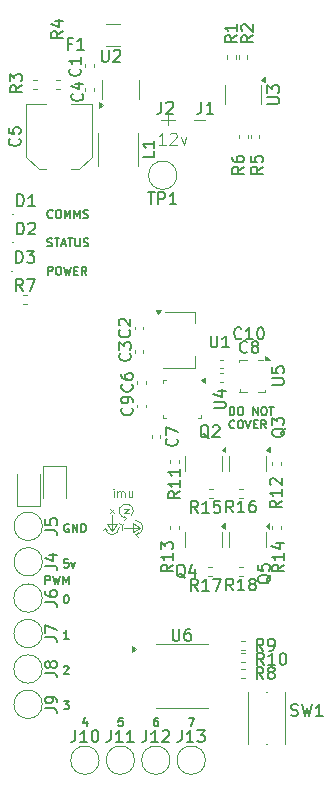
<source format=gbr>
%TF.GenerationSoftware,KiCad,Pcbnew,9.0.1*%
%TF.CreationDate,2025-11-12T14:17:17-05:00*%
%TF.ProjectId,Drone-Flight-Controller,44726f6e-652d-4466-9c69-6768742d436f,rev?*%
%TF.SameCoordinates,Original*%
%TF.FileFunction,Legend,Top*%
%TF.FilePolarity,Positive*%
%FSLAX46Y46*%
G04 Gerber Fmt 4.6, Leading zero omitted, Abs format (unit mm)*
G04 Created by KiCad (PCBNEW 9.0.1) date 2025-11-12 14:17:17*
%MOMM*%
%LPD*%
G01*
G04 APERTURE LIST*
%ADD10C,0.100000*%
%ADD11C,0.087500*%
%ADD12C,0.140000*%
%ADD13C,0.150000*%
%ADD14C,0.120000*%
G04 APERTURE END LIST*
D10*
X21700000Y-55200000D02*
X21300000Y-55800000D01*
X22300000Y-54900000D02*
X22500000Y-54700000D01*
X22700000Y-53900000D02*
X22300000Y-53900000D01*
X20900000Y-55200000D02*
X21700000Y-55200000D01*
X21300000Y-55800000D02*
X20900000Y-55200000D01*
X22300000Y-54300000D02*
X22700000Y-53900000D01*
X23300000Y-56100000D02*
X23500000Y-56300000D01*
X23700000Y-55500000D02*
X23100000Y-55900000D01*
X22100000Y-55300000D02*
X22300000Y-55100000D01*
X20700000Y-55500000D02*
X20500000Y-55700000D01*
X22100000Y-55300000D02*
X22100000Y-55700000D01*
X22500000Y-54700000D02*
G75*
G02*
X22924264Y-54524264I0J600000D01*
G01*
X26000000Y-20400000D02*
X26000000Y-21400000D01*
X23100000Y-55100000D02*
X23700000Y-55500000D01*
X22500000Y-54700000D02*
X22300000Y-54500000D01*
X22300000Y-55500000D02*
X23700000Y-55500000D01*
X25400000Y-21000000D02*
X26600000Y-21000000D01*
X20700000Y-55500000D02*
X20900000Y-55700000D01*
X21100000Y-54300000D02*
X21500000Y-53900000D01*
X21300000Y-54400000D02*
X21300000Y-55800000D01*
X28200000Y-21000000D02*
X29200000Y-21000000D01*
X23300000Y-54900000D02*
G75*
G02*
X23300000Y-56100000I0J-600000D01*
G01*
X23100000Y-55900000D02*
X23100000Y-55100000D01*
X23300000Y-56100000D02*
X23500000Y-55900000D01*
X21500000Y-54300000D02*
X21100000Y-53900000D01*
X21900000Y-55100000D02*
X22100000Y-55300000D01*
X21900000Y-55500000D02*
G75*
G02*
X20700000Y-55500000I-600000J0D01*
G01*
X22700000Y-54300000D02*
X22300000Y-54300000D01*
X22500000Y-54700000D02*
X22300000Y-54900000D01*
D11*
X21424231Y-52909783D02*
X21424231Y-52443116D01*
X21424231Y-52209783D02*
X21390898Y-52243116D01*
X21390898Y-52243116D02*
X21424231Y-52276450D01*
X21424231Y-52276450D02*
X21457565Y-52243116D01*
X21457565Y-52243116D02*
X21424231Y-52209783D01*
X21424231Y-52209783D02*
X21424231Y-52276450D01*
X21757564Y-52909783D02*
X21757564Y-52443116D01*
X21757564Y-52509783D02*
X21790898Y-52476450D01*
X21790898Y-52476450D02*
X21857564Y-52443116D01*
X21857564Y-52443116D02*
X21957564Y-52443116D01*
X21957564Y-52443116D02*
X22024231Y-52476450D01*
X22024231Y-52476450D02*
X22057564Y-52543116D01*
X22057564Y-52543116D02*
X22057564Y-52909783D01*
X22057564Y-52543116D02*
X22090898Y-52476450D01*
X22090898Y-52476450D02*
X22157564Y-52443116D01*
X22157564Y-52443116D02*
X22257564Y-52443116D01*
X22257564Y-52443116D02*
X22324231Y-52476450D01*
X22324231Y-52476450D02*
X22357564Y-52543116D01*
X22357564Y-52543116D02*
X22357564Y-52909783D01*
X22990897Y-52443116D02*
X22990897Y-52909783D01*
X22690897Y-52443116D02*
X22690897Y-52809783D01*
X22690897Y-52809783D02*
X22724231Y-52876450D01*
X22724231Y-52876450D02*
X22790897Y-52909783D01*
X22790897Y-52909783D02*
X22890897Y-52909783D01*
X22890897Y-52909783D02*
X22957564Y-52876450D01*
X22957564Y-52876450D02*
X22990897Y-52843116D01*
D12*
X17225438Y-67273720D02*
X17258771Y-67240386D01*
X17258771Y-67240386D02*
X17325438Y-67207053D01*
X17325438Y-67207053D02*
X17492105Y-67207053D01*
X17492105Y-67207053D02*
X17558771Y-67240386D01*
X17558771Y-67240386D02*
X17592105Y-67273720D01*
X17592105Y-67273720D02*
X17625438Y-67340386D01*
X17625438Y-67340386D02*
X17625438Y-67407053D01*
X17625438Y-67407053D02*
X17592105Y-67507053D01*
X17592105Y-67507053D02*
X17192105Y-67907053D01*
X17192105Y-67907053D02*
X17625438Y-67907053D01*
X27792105Y-71607053D02*
X28258771Y-71607053D01*
X28258771Y-71607053D02*
X27958771Y-72307053D01*
X15658771Y-60307053D02*
X15658771Y-59607053D01*
X15658771Y-59607053D02*
X15925438Y-59607053D01*
X15925438Y-59607053D02*
X15992105Y-59640386D01*
X15992105Y-59640386D02*
X16025438Y-59673720D01*
X16025438Y-59673720D02*
X16058771Y-59740386D01*
X16058771Y-59740386D02*
X16058771Y-59840386D01*
X16058771Y-59840386D02*
X16025438Y-59907053D01*
X16025438Y-59907053D02*
X15992105Y-59940386D01*
X15992105Y-59940386D02*
X15925438Y-59973720D01*
X15925438Y-59973720D02*
X15658771Y-59973720D01*
X16292105Y-59607053D02*
X16458771Y-60307053D01*
X16458771Y-60307053D02*
X16592105Y-59807053D01*
X16592105Y-59807053D02*
X16725438Y-60307053D01*
X16725438Y-60307053D02*
X16892105Y-59607053D01*
X17158771Y-60307053D02*
X17158771Y-59607053D01*
X17158771Y-59607053D02*
X17392105Y-60107053D01*
X17392105Y-60107053D02*
X17625438Y-59607053D01*
X17625438Y-59607053D02*
X17625438Y-60307053D01*
X19158771Y-71840386D02*
X19158771Y-72307053D01*
X18992105Y-71573720D02*
X18825438Y-72073720D01*
X18825438Y-72073720D02*
X19258771Y-72073720D01*
X22192105Y-71607053D02*
X21858771Y-71607053D01*
X21858771Y-71607053D02*
X21825438Y-71940386D01*
X21825438Y-71940386D02*
X21858771Y-71907053D01*
X21858771Y-71907053D02*
X21925438Y-71873720D01*
X21925438Y-71873720D02*
X22092105Y-71873720D01*
X22092105Y-71873720D02*
X22158771Y-71907053D01*
X22158771Y-71907053D02*
X22192105Y-71940386D01*
X22192105Y-71940386D02*
X22225438Y-72007053D01*
X22225438Y-72007053D02*
X22225438Y-72173720D01*
X22225438Y-72173720D02*
X22192105Y-72240386D01*
X22192105Y-72240386D02*
X22158771Y-72273720D01*
X22158771Y-72273720D02*
X22092105Y-72307053D01*
X22092105Y-72307053D02*
X21925438Y-72307053D01*
X21925438Y-72307053D02*
X21858771Y-72273720D01*
X21858771Y-72273720D02*
X21825438Y-72240386D01*
X17192105Y-70207053D02*
X17625438Y-70207053D01*
X17625438Y-70207053D02*
X17392105Y-70473720D01*
X17392105Y-70473720D02*
X17492105Y-70473720D01*
X17492105Y-70473720D02*
X17558771Y-70507053D01*
X17558771Y-70507053D02*
X17592105Y-70540386D01*
X17592105Y-70540386D02*
X17625438Y-70607053D01*
X17625438Y-70607053D02*
X17625438Y-70773720D01*
X17625438Y-70773720D02*
X17592105Y-70840386D01*
X17592105Y-70840386D02*
X17558771Y-70873720D01*
X17558771Y-70873720D02*
X17492105Y-70907053D01*
X17492105Y-70907053D02*
X17292105Y-70907053D01*
X17292105Y-70907053D02*
X17225438Y-70873720D01*
X17225438Y-70873720D02*
X17192105Y-70840386D01*
X31258771Y-45980092D02*
X31258771Y-45280092D01*
X31258771Y-45280092D02*
X31425438Y-45280092D01*
X31425438Y-45280092D02*
X31525438Y-45313425D01*
X31525438Y-45313425D02*
X31592105Y-45380092D01*
X31592105Y-45380092D02*
X31625438Y-45446759D01*
X31625438Y-45446759D02*
X31658771Y-45580092D01*
X31658771Y-45580092D02*
X31658771Y-45680092D01*
X31658771Y-45680092D02*
X31625438Y-45813425D01*
X31625438Y-45813425D02*
X31592105Y-45880092D01*
X31592105Y-45880092D02*
X31525438Y-45946759D01*
X31525438Y-45946759D02*
X31425438Y-45980092D01*
X31425438Y-45980092D02*
X31258771Y-45980092D01*
X32092105Y-45280092D02*
X32225438Y-45280092D01*
X32225438Y-45280092D02*
X32292105Y-45313425D01*
X32292105Y-45313425D02*
X32358771Y-45380092D01*
X32358771Y-45380092D02*
X32392105Y-45513425D01*
X32392105Y-45513425D02*
X32392105Y-45746759D01*
X32392105Y-45746759D02*
X32358771Y-45880092D01*
X32358771Y-45880092D02*
X32292105Y-45946759D01*
X32292105Y-45946759D02*
X32225438Y-45980092D01*
X32225438Y-45980092D02*
X32092105Y-45980092D01*
X32092105Y-45980092D02*
X32025438Y-45946759D01*
X32025438Y-45946759D02*
X31958771Y-45880092D01*
X31958771Y-45880092D02*
X31925438Y-45746759D01*
X31925438Y-45746759D02*
X31925438Y-45513425D01*
X31925438Y-45513425D02*
X31958771Y-45380092D01*
X31958771Y-45380092D02*
X32025438Y-45313425D01*
X32025438Y-45313425D02*
X32092105Y-45280092D01*
X33225437Y-45980092D02*
X33225437Y-45280092D01*
X33225437Y-45280092D02*
X33625437Y-45980092D01*
X33625437Y-45980092D02*
X33625437Y-45280092D01*
X34092104Y-45280092D02*
X34225437Y-45280092D01*
X34225437Y-45280092D02*
X34292104Y-45313425D01*
X34292104Y-45313425D02*
X34358770Y-45380092D01*
X34358770Y-45380092D02*
X34392104Y-45513425D01*
X34392104Y-45513425D02*
X34392104Y-45746759D01*
X34392104Y-45746759D02*
X34358770Y-45880092D01*
X34358770Y-45880092D02*
X34292104Y-45946759D01*
X34292104Y-45946759D02*
X34225437Y-45980092D01*
X34225437Y-45980092D02*
X34092104Y-45980092D01*
X34092104Y-45980092D02*
X34025437Y-45946759D01*
X34025437Y-45946759D02*
X33958770Y-45880092D01*
X33958770Y-45880092D02*
X33925437Y-45746759D01*
X33925437Y-45746759D02*
X33925437Y-45513425D01*
X33925437Y-45513425D02*
X33958770Y-45380092D01*
X33958770Y-45380092D02*
X34025437Y-45313425D01*
X34025437Y-45313425D02*
X34092104Y-45280092D01*
X34592103Y-45280092D02*
X34992103Y-45280092D01*
X34792103Y-45980092D02*
X34792103Y-45280092D01*
X31658771Y-47040386D02*
X31625438Y-47073720D01*
X31625438Y-47073720D02*
X31525438Y-47107053D01*
X31525438Y-47107053D02*
X31458771Y-47107053D01*
X31458771Y-47107053D02*
X31358771Y-47073720D01*
X31358771Y-47073720D02*
X31292105Y-47007053D01*
X31292105Y-47007053D02*
X31258771Y-46940386D01*
X31258771Y-46940386D02*
X31225438Y-46807053D01*
X31225438Y-46807053D02*
X31225438Y-46707053D01*
X31225438Y-46707053D02*
X31258771Y-46573720D01*
X31258771Y-46573720D02*
X31292105Y-46507053D01*
X31292105Y-46507053D02*
X31358771Y-46440386D01*
X31358771Y-46440386D02*
X31458771Y-46407053D01*
X31458771Y-46407053D02*
X31525438Y-46407053D01*
X31525438Y-46407053D02*
X31625438Y-46440386D01*
X31625438Y-46440386D02*
X31658771Y-46473720D01*
X32092105Y-46407053D02*
X32225438Y-46407053D01*
X32225438Y-46407053D02*
X32292105Y-46440386D01*
X32292105Y-46440386D02*
X32358771Y-46507053D01*
X32358771Y-46507053D02*
X32392105Y-46640386D01*
X32392105Y-46640386D02*
X32392105Y-46873720D01*
X32392105Y-46873720D02*
X32358771Y-47007053D01*
X32358771Y-47007053D02*
X32292105Y-47073720D01*
X32292105Y-47073720D02*
X32225438Y-47107053D01*
X32225438Y-47107053D02*
X32092105Y-47107053D01*
X32092105Y-47107053D02*
X32025438Y-47073720D01*
X32025438Y-47073720D02*
X31958771Y-47007053D01*
X31958771Y-47007053D02*
X31925438Y-46873720D01*
X31925438Y-46873720D02*
X31925438Y-46640386D01*
X31925438Y-46640386D02*
X31958771Y-46507053D01*
X31958771Y-46507053D02*
X32025438Y-46440386D01*
X32025438Y-46440386D02*
X32092105Y-46407053D01*
X32592104Y-46407053D02*
X32825438Y-47107053D01*
X32825438Y-47107053D02*
X33058771Y-46407053D01*
X33292104Y-46740386D02*
X33525438Y-46740386D01*
X33625438Y-47107053D02*
X33292104Y-47107053D01*
X33292104Y-47107053D02*
X33292104Y-46407053D01*
X33292104Y-46407053D02*
X33625438Y-46407053D01*
X34325437Y-47107053D02*
X34092104Y-46773720D01*
X33925437Y-47107053D02*
X33925437Y-46407053D01*
X33925437Y-46407053D02*
X34192104Y-46407053D01*
X34192104Y-46407053D02*
X34258771Y-46440386D01*
X34258771Y-46440386D02*
X34292104Y-46473720D01*
X34292104Y-46473720D02*
X34325437Y-46540386D01*
X34325437Y-46540386D02*
X34325437Y-46640386D01*
X34325437Y-46640386D02*
X34292104Y-46707053D01*
X34292104Y-46707053D02*
X34258771Y-46740386D01*
X34258771Y-46740386D02*
X34192104Y-46773720D01*
X34192104Y-46773720D02*
X33925437Y-46773720D01*
X17392105Y-61207053D02*
X17458771Y-61207053D01*
X17458771Y-61207053D02*
X17525438Y-61240386D01*
X17525438Y-61240386D02*
X17558771Y-61273720D01*
X17558771Y-61273720D02*
X17592105Y-61340386D01*
X17592105Y-61340386D02*
X17625438Y-61473720D01*
X17625438Y-61473720D02*
X17625438Y-61640386D01*
X17625438Y-61640386D02*
X17592105Y-61773720D01*
X17592105Y-61773720D02*
X17558771Y-61840386D01*
X17558771Y-61840386D02*
X17525438Y-61873720D01*
X17525438Y-61873720D02*
X17458771Y-61907053D01*
X17458771Y-61907053D02*
X17392105Y-61907053D01*
X17392105Y-61907053D02*
X17325438Y-61873720D01*
X17325438Y-61873720D02*
X17292105Y-61840386D01*
X17292105Y-61840386D02*
X17258771Y-61773720D01*
X17258771Y-61773720D02*
X17225438Y-61640386D01*
X17225438Y-61640386D02*
X17225438Y-61473720D01*
X17225438Y-61473720D02*
X17258771Y-61340386D01*
X17258771Y-61340386D02*
X17292105Y-61273720D01*
X17292105Y-61273720D02*
X17325438Y-61240386D01*
X17325438Y-61240386D02*
X17392105Y-61207053D01*
X15825438Y-31673720D02*
X15925438Y-31707053D01*
X15925438Y-31707053D02*
X16092105Y-31707053D01*
X16092105Y-31707053D02*
X16158771Y-31673720D01*
X16158771Y-31673720D02*
X16192105Y-31640386D01*
X16192105Y-31640386D02*
X16225438Y-31573720D01*
X16225438Y-31573720D02*
X16225438Y-31507053D01*
X16225438Y-31507053D02*
X16192105Y-31440386D01*
X16192105Y-31440386D02*
X16158771Y-31407053D01*
X16158771Y-31407053D02*
X16092105Y-31373720D01*
X16092105Y-31373720D02*
X15958771Y-31340386D01*
X15958771Y-31340386D02*
X15892105Y-31307053D01*
X15892105Y-31307053D02*
X15858771Y-31273720D01*
X15858771Y-31273720D02*
X15825438Y-31207053D01*
X15825438Y-31207053D02*
X15825438Y-31140386D01*
X15825438Y-31140386D02*
X15858771Y-31073720D01*
X15858771Y-31073720D02*
X15892105Y-31040386D01*
X15892105Y-31040386D02*
X15958771Y-31007053D01*
X15958771Y-31007053D02*
X16125438Y-31007053D01*
X16125438Y-31007053D02*
X16225438Y-31040386D01*
X16425438Y-31007053D02*
X16825438Y-31007053D01*
X16625438Y-31707053D02*
X16625438Y-31007053D01*
X17025438Y-31507053D02*
X17358771Y-31507053D01*
X16958771Y-31707053D02*
X17192105Y-31007053D01*
X17192105Y-31007053D02*
X17425438Y-31707053D01*
X17558771Y-31007053D02*
X17958771Y-31007053D01*
X17758771Y-31707053D02*
X17758771Y-31007053D01*
X18192104Y-31007053D02*
X18192104Y-31573720D01*
X18192104Y-31573720D02*
X18225438Y-31640386D01*
X18225438Y-31640386D02*
X18258771Y-31673720D01*
X18258771Y-31673720D02*
X18325438Y-31707053D01*
X18325438Y-31707053D02*
X18458771Y-31707053D01*
X18458771Y-31707053D02*
X18525438Y-31673720D01*
X18525438Y-31673720D02*
X18558771Y-31640386D01*
X18558771Y-31640386D02*
X18592104Y-31573720D01*
X18592104Y-31573720D02*
X18592104Y-31007053D01*
X18892104Y-31673720D02*
X18992104Y-31707053D01*
X18992104Y-31707053D02*
X19158771Y-31707053D01*
X19158771Y-31707053D02*
X19225437Y-31673720D01*
X19225437Y-31673720D02*
X19258771Y-31640386D01*
X19258771Y-31640386D02*
X19292104Y-31573720D01*
X19292104Y-31573720D02*
X19292104Y-31507053D01*
X19292104Y-31507053D02*
X19258771Y-31440386D01*
X19258771Y-31440386D02*
X19225437Y-31407053D01*
X19225437Y-31407053D02*
X19158771Y-31373720D01*
X19158771Y-31373720D02*
X19025437Y-31340386D01*
X19025437Y-31340386D02*
X18958771Y-31307053D01*
X18958771Y-31307053D02*
X18925437Y-31273720D01*
X18925437Y-31273720D02*
X18892104Y-31207053D01*
X18892104Y-31207053D02*
X18892104Y-31140386D01*
X18892104Y-31140386D02*
X18925437Y-31073720D01*
X18925437Y-31073720D02*
X18958771Y-31040386D01*
X18958771Y-31040386D02*
X19025437Y-31007053D01*
X19025437Y-31007053D02*
X19192104Y-31007053D01*
X19192104Y-31007053D02*
X19292104Y-31040386D01*
X17592105Y-58207053D02*
X17258771Y-58207053D01*
X17258771Y-58207053D02*
X17225438Y-58540386D01*
X17225438Y-58540386D02*
X17258771Y-58507053D01*
X17258771Y-58507053D02*
X17325438Y-58473720D01*
X17325438Y-58473720D02*
X17492105Y-58473720D01*
X17492105Y-58473720D02*
X17558771Y-58507053D01*
X17558771Y-58507053D02*
X17592105Y-58540386D01*
X17592105Y-58540386D02*
X17625438Y-58607053D01*
X17625438Y-58607053D02*
X17625438Y-58773720D01*
X17625438Y-58773720D02*
X17592105Y-58840386D01*
X17592105Y-58840386D02*
X17558771Y-58873720D01*
X17558771Y-58873720D02*
X17492105Y-58907053D01*
X17492105Y-58907053D02*
X17325438Y-58907053D01*
X17325438Y-58907053D02*
X17258771Y-58873720D01*
X17258771Y-58873720D02*
X17225438Y-58840386D01*
X17858772Y-58440386D02*
X18025438Y-58907053D01*
X18025438Y-58907053D02*
X18192105Y-58440386D01*
D10*
X25827693Y-23072419D02*
X25256265Y-23072419D01*
X25541979Y-23072419D02*
X25541979Y-22072419D01*
X25541979Y-22072419D02*
X25446741Y-22215276D01*
X25446741Y-22215276D02*
X25351503Y-22310514D01*
X25351503Y-22310514D02*
X25256265Y-22358133D01*
X26208646Y-22167657D02*
X26256265Y-22120038D01*
X26256265Y-22120038D02*
X26351503Y-22072419D01*
X26351503Y-22072419D02*
X26589598Y-22072419D01*
X26589598Y-22072419D02*
X26684836Y-22120038D01*
X26684836Y-22120038D02*
X26732455Y-22167657D01*
X26732455Y-22167657D02*
X26780074Y-22262895D01*
X26780074Y-22262895D02*
X26780074Y-22358133D01*
X26780074Y-22358133D02*
X26732455Y-22500990D01*
X26732455Y-22500990D02*
X26161027Y-23072419D01*
X26161027Y-23072419D02*
X26780074Y-23072419D01*
X27113408Y-22405752D02*
X27351503Y-23072419D01*
X27351503Y-23072419D02*
X27589598Y-22405752D01*
D12*
X17625438Y-64907053D02*
X17225438Y-64907053D01*
X17425438Y-64907053D02*
X17425438Y-64207053D01*
X17425438Y-64207053D02*
X17358771Y-64307053D01*
X17358771Y-64307053D02*
X17292105Y-64373720D01*
X17292105Y-64373720D02*
X17225438Y-64407053D01*
X16258771Y-29240386D02*
X16225438Y-29273720D01*
X16225438Y-29273720D02*
X16125438Y-29307053D01*
X16125438Y-29307053D02*
X16058771Y-29307053D01*
X16058771Y-29307053D02*
X15958771Y-29273720D01*
X15958771Y-29273720D02*
X15892105Y-29207053D01*
X15892105Y-29207053D02*
X15858771Y-29140386D01*
X15858771Y-29140386D02*
X15825438Y-29007053D01*
X15825438Y-29007053D02*
X15825438Y-28907053D01*
X15825438Y-28907053D02*
X15858771Y-28773720D01*
X15858771Y-28773720D02*
X15892105Y-28707053D01*
X15892105Y-28707053D02*
X15958771Y-28640386D01*
X15958771Y-28640386D02*
X16058771Y-28607053D01*
X16058771Y-28607053D02*
X16125438Y-28607053D01*
X16125438Y-28607053D02*
X16225438Y-28640386D01*
X16225438Y-28640386D02*
X16258771Y-28673720D01*
X16692105Y-28607053D02*
X16825438Y-28607053D01*
X16825438Y-28607053D02*
X16892105Y-28640386D01*
X16892105Y-28640386D02*
X16958771Y-28707053D01*
X16958771Y-28707053D02*
X16992105Y-28840386D01*
X16992105Y-28840386D02*
X16992105Y-29073720D01*
X16992105Y-29073720D02*
X16958771Y-29207053D01*
X16958771Y-29207053D02*
X16892105Y-29273720D01*
X16892105Y-29273720D02*
X16825438Y-29307053D01*
X16825438Y-29307053D02*
X16692105Y-29307053D01*
X16692105Y-29307053D02*
X16625438Y-29273720D01*
X16625438Y-29273720D02*
X16558771Y-29207053D01*
X16558771Y-29207053D02*
X16525438Y-29073720D01*
X16525438Y-29073720D02*
X16525438Y-28840386D01*
X16525438Y-28840386D02*
X16558771Y-28707053D01*
X16558771Y-28707053D02*
X16625438Y-28640386D01*
X16625438Y-28640386D02*
X16692105Y-28607053D01*
X17292104Y-29307053D02*
X17292104Y-28607053D01*
X17292104Y-28607053D02*
X17525438Y-29107053D01*
X17525438Y-29107053D02*
X17758771Y-28607053D01*
X17758771Y-28607053D02*
X17758771Y-29307053D01*
X18092104Y-29307053D02*
X18092104Y-28607053D01*
X18092104Y-28607053D02*
X18325438Y-29107053D01*
X18325438Y-29107053D02*
X18558771Y-28607053D01*
X18558771Y-28607053D02*
X18558771Y-29307053D01*
X18858771Y-29273720D02*
X18958771Y-29307053D01*
X18958771Y-29307053D02*
X19125438Y-29307053D01*
X19125438Y-29307053D02*
X19192104Y-29273720D01*
X19192104Y-29273720D02*
X19225438Y-29240386D01*
X19225438Y-29240386D02*
X19258771Y-29173720D01*
X19258771Y-29173720D02*
X19258771Y-29107053D01*
X19258771Y-29107053D02*
X19225438Y-29040386D01*
X19225438Y-29040386D02*
X19192104Y-29007053D01*
X19192104Y-29007053D02*
X19125438Y-28973720D01*
X19125438Y-28973720D02*
X18992104Y-28940386D01*
X18992104Y-28940386D02*
X18925438Y-28907053D01*
X18925438Y-28907053D02*
X18892104Y-28873720D01*
X18892104Y-28873720D02*
X18858771Y-28807053D01*
X18858771Y-28807053D02*
X18858771Y-28740386D01*
X18858771Y-28740386D02*
X18892104Y-28673720D01*
X18892104Y-28673720D02*
X18925438Y-28640386D01*
X18925438Y-28640386D02*
X18992104Y-28607053D01*
X18992104Y-28607053D02*
X19158771Y-28607053D01*
X19158771Y-28607053D02*
X19258771Y-28640386D01*
X25158771Y-71607053D02*
X25025438Y-71607053D01*
X25025438Y-71607053D02*
X24958771Y-71640386D01*
X24958771Y-71640386D02*
X24925438Y-71673720D01*
X24925438Y-71673720D02*
X24858771Y-71773720D01*
X24858771Y-71773720D02*
X24825438Y-71907053D01*
X24825438Y-71907053D02*
X24825438Y-72173720D01*
X24825438Y-72173720D02*
X24858771Y-72240386D01*
X24858771Y-72240386D02*
X24892105Y-72273720D01*
X24892105Y-72273720D02*
X24958771Y-72307053D01*
X24958771Y-72307053D02*
X25092105Y-72307053D01*
X25092105Y-72307053D02*
X25158771Y-72273720D01*
X25158771Y-72273720D02*
X25192105Y-72240386D01*
X25192105Y-72240386D02*
X25225438Y-72173720D01*
X25225438Y-72173720D02*
X25225438Y-72007053D01*
X25225438Y-72007053D02*
X25192105Y-71940386D01*
X25192105Y-71940386D02*
X25158771Y-71907053D01*
X25158771Y-71907053D02*
X25092105Y-71873720D01*
X25092105Y-71873720D02*
X24958771Y-71873720D01*
X24958771Y-71873720D02*
X24892105Y-71907053D01*
X24892105Y-71907053D02*
X24858771Y-71940386D01*
X24858771Y-71940386D02*
X24825438Y-72007053D01*
X15858771Y-34107053D02*
X15858771Y-33407053D01*
X15858771Y-33407053D02*
X16125438Y-33407053D01*
X16125438Y-33407053D02*
X16192105Y-33440386D01*
X16192105Y-33440386D02*
X16225438Y-33473720D01*
X16225438Y-33473720D02*
X16258771Y-33540386D01*
X16258771Y-33540386D02*
X16258771Y-33640386D01*
X16258771Y-33640386D02*
X16225438Y-33707053D01*
X16225438Y-33707053D02*
X16192105Y-33740386D01*
X16192105Y-33740386D02*
X16125438Y-33773720D01*
X16125438Y-33773720D02*
X15858771Y-33773720D01*
X16692105Y-33407053D02*
X16825438Y-33407053D01*
X16825438Y-33407053D02*
X16892105Y-33440386D01*
X16892105Y-33440386D02*
X16958771Y-33507053D01*
X16958771Y-33507053D02*
X16992105Y-33640386D01*
X16992105Y-33640386D02*
X16992105Y-33873720D01*
X16992105Y-33873720D02*
X16958771Y-34007053D01*
X16958771Y-34007053D02*
X16892105Y-34073720D01*
X16892105Y-34073720D02*
X16825438Y-34107053D01*
X16825438Y-34107053D02*
X16692105Y-34107053D01*
X16692105Y-34107053D02*
X16625438Y-34073720D01*
X16625438Y-34073720D02*
X16558771Y-34007053D01*
X16558771Y-34007053D02*
X16525438Y-33873720D01*
X16525438Y-33873720D02*
X16525438Y-33640386D01*
X16525438Y-33640386D02*
X16558771Y-33507053D01*
X16558771Y-33507053D02*
X16625438Y-33440386D01*
X16625438Y-33440386D02*
X16692105Y-33407053D01*
X17225438Y-33407053D02*
X17392104Y-34107053D01*
X17392104Y-34107053D02*
X17525438Y-33607053D01*
X17525438Y-33607053D02*
X17658771Y-34107053D01*
X17658771Y-34107053D02*
X17825438Y-33407053D01*
X18092104Y-33740386D02*
X18325438Y-33740386D01*
X18425438Y-34107053D02*
X18092104Y-34107053D01*
X18092104Y-34107053D02*
X18092104Y-33407053D01*
X18092104Y-33407053D02*
X18425438Y-33407053D01*
X19125437Y-34107053D02*
X18892104Y-33773720D01*
X18725437Y-34107053D02*
X18725437Y-33407053D01*
X18725437Y-33407053D02*
X18992104Y-33407053D01*
X18992104Y-33407053D02*
X19058771Y-33440386D01*
X19058771Y-33440386D02*
X19092104Y-33473720D01*
X19092104Y-33473720D02*
X19125437Y-33540386D01*
X19125437Y-33540386D02*
X19125437Y-33640386D01*
X19125437Y-33640386D02*
X19092104Y-33707053D01*
X19092104Y-33707053D02*
X19058771Y-33740386D01*
X19058771Y-33740386D02*
X18992104Y-33773720D01*
X18992104Y-33773720D02*
X18725437Y-33773720D01*
X17625438Y-55240386D02*
X17558771Y-55207053D01*
X17558771Y-55207053D02*
X17458771Y-55207053D01*
X17458771Y-55207053D02*
X17358771Y-55240386D01*
X17358771Y-55240386D02*
X17292105Y-55307053D01*
X17292105Y-55307053D02*
X17258771Y-55373720D01*
X17258771Y-55373720D02*
X17225438Y-55507053D01*
X17225438Y-55507053D02*
X17225438Y-55607053D01*
X17225438Y-55607053D02*
X17258771Y-55740386D01*
X17258771Y-55740386D02*
X17292105Y-55807053D01*
X17292105Y-55807053D02*
X17358771Y-55873720D01*
X17358771Y-55873720D02*
X17458771Y-55907053D01*
X17458771Y-55907053D02*
X17525438Y-55907053D01*
X17525438Y-55907053D02*
X17625438Y-55873720D01*
X17625438Y-55873720D02*
X17658771Y-55840386D01*
X17658771Y-55840386D02*
X17658771Y-55607053D01*
X17658771Y-55607053D02*
X17525438Y-55607053D01*
X17958771Y-55907053D02*
X17958771Y-55207053D01*
X17958771Y-55207053D02*
X18358771Y-55907053D01*
X18358771Y-55907053D02*
X18358771Y-55207053D01*
X18692104Y-55907053D02*
X18692104Y-55207053D01*
X18692104Y-55207053D02*
X18858771Y-55207053D01*
X18858771Y-55207053D02*
X18958771Y-55240386D01*
X18958771Y-55240386D02*
X19025438Y-55307053D01*
X19025438Y-55307053D02*
X19058771Y-55373720D01*
X19058771Y-55373720D02*
X19092104Y-55507053D01*
X19092104Y-55507053D02*
X19092104Y-55607053D01*
X19092104Y-55607053D02*
X19058771Y-55740386D01*
X19058771Y-55740386D02*
X19025438Y-55807053D01*
X19025438Y-55807053D02*
X18958771Y-55873720D01*
X18958771Y-55873720D02*
X18858771Y-55907053D01*
X18858771Y-55907053D02*
X18692104Y-55907053D01*
D13*
X22799580Y-40766666D02*
X22847200Y-40814285D01*
X22847200Y-40814285D02*
X22894819Y-40957142D01*
X22894819Y-40957142D02*
X22894819Y-41052380D01*
X22894819Y-41052380D02*
X22847200Y-41195237D01*
X22847200Y-41195237D02*
X22751961Y-41290475D01*
X22751961Y-41290475D02*
X22656723Y-41338094D01*
X22656723Y-41338094D02*
X22466247Y-41385713D01*
X22466247Y-41385713D02*
X22323390Y-41385713D01*
X22323390Y-41385713D02*
X22132914Y-41338094D01*
X22132914Y-41338094D02*
X22037676Y-41290475D01*
X22037676Y-41290475D02*
X21942438Y-41195237D01*
X21942438Y-41195237D02*
X21894819Y-41052380D01*
X21894819Y-41052380D02*
X21894819Y-40957142D01*
X21894819Y-40957142D02*
X21942438Y-40814285D01*
X21942438Y-40814285D02*
X21990057Y-40766666D01*
X21894819Y-40433332D02*
X21894819Y-39814285D01*
X21894819Y-39814285D02*
X22275771Y-40147618D01*
X22275771Y-40147618D02*
X22275771Y-40004761D01*
X22275771Y-40004761D02*
X22323390Y-39909523D01*
X22323390Y-39909523D02*
X22371009Y-39861904D01*
X22371009Y-39861904D02*
X22466247Y-39814285D01*
X22466247Y-39814285D02*
X22704342Y-39814285D01*
X22704342Y-39814285D02*
X22799580Y-39861904D01*
X22799580Y-39861904D02*
X22847200Y-39909523D01*
X22847200Y-39909523D02*
X22894819Y-40004761D01*
X22894819Y-40004761D02*
X22894819Y-40290475D01*
X22894819Y-40290475D02*
X22847200Y-40385713D01*
X22847200Y-40385713D02*
X22799580Y-40433332D01*
X17866666Y-14531009D02*
X17533333Y-14531009D01*
X17533333Y-15054819D02*
X17533333Y-14054819D01*
X17533333Y-14054819D02*
X18009523Y-14054819D01*
X18914285Y-15054819D02*
X18342857Y-15054819D01*
X18628571Y-15054819D02*
X18628571Y-14054819D01*
X18628571Y-14054819D02*
X18533333Y-14197676D01*
X18533333Y-14197676D02*
X18438095Y-14292914D01*
X18438095Y-14292914D02*
X18342857Y-14340533D01*
X18190476Y-72656819D02*
X18190476Y-73371104D01*
X18190476Y-73371104D02*
X18142857Y-73513961D01*
X18142857Y-73513961D02*
X18047619Y-73609200D01*
X18047619Y-73609200D02*
X17904762Y-73656819D01*
X17904762Y-73656819D02*
X17809524Y-73656819D01*
X19190476Y-73656819D02*
X18619048Y-73656819D01*
X18904762Y-73656819D02*
X18904762Y-72656819D01*
X18904762Y-72656819D02*
X18809524Y-72799676D01*
X18809524Y-72799676D02*
X18714286Y-72894914D01*
X18714286Y-72894914D02*
X18619048Y-72942533D01*
X19809524Y-72656819D02*
X19904762Y-72656819D01*
X19904762Y-72656819D02*
X20000000Y-72704438D01*
X20000000Y-72704438D02*
X20047619Y-72752057D01*
X20047619Y-72752057D02*
X20095238Y-72847295D01*
X20095238Y-72847295D02*
X20142857Y-73037771D01*
X20142857Y-73037771D02*
X20142857Y-73275866D01*
X20142857Y-73275866D02*
X20095238Y-73466342D01*
X20095238Y-73466342D02*
X20047619Y-73561580D01*
X20047619Y-73561580D02*
X20000000Y-73609200D01*
X20000000Y-73609200D02*
X19904762Y-73656819D01*
X19904762Y-73656819D02*
X19809524Y-73656819D01*
X19809524Y-73656819D02*
X19714286Y-73609200D01*
X19714286Y-73609200D02*
X19666667Y-73561580D01*
X19666667Y-73561580D02*
X19619048Y-73466342D01*
X19619048Y-73466342D02*
X19571429Y-73275866D01*
X19571429Y-73275866D02*
X19571429Y-73037771D01*
X19571429Y-73037771D02*
X19619048Y-72847295D01*
X19619048Y-72847295D02*
X19666667Y-72752057D01*
X19666667Y-72752057D02*
X19714286Y-72704438D01*
X19714286Y-72704438D02*
X19809524Y-72656819D01*
X17154819Y-13466666D02*
X16678628Y-13799999D01*
X17154819Y-14038094D02*
X16154819Y-14038094D01*
X16154819Y-14038094D02*
X16154819Y-13657142D01*
X16154819Y-13657142D02*
X16202438Y-13561904D01*
X16202438Y-13561904D02*
X16250057Y-13514285D01*
X16250057Y-13514285D02*
X16345295Y-13466666D01*
X16345295Y-13466666D02*
X16488152Y-13466666D01*
X16488152Y-13466666D02*
X16583390Y-13514285D01*
X16583390Y-13514285D02*
X16631009Y-13561904D01*
X16631009Y-13561904D02*
X16678628Y-13657142D01*
X16678628Y-13657142D02*
X16678628Y-14038094D01*
X16488152Y-12609523D02*
X17154819Y-12609523D01*
X16107200Y-12847618D02*
X16821485Y-13085713D01*
X16821485Y-13085713D02*
X16821485Y-12466666D01*
X22959580Y-45366666D02*
X23007200Y-45414285D01*
X23007200Y-45414285D02*
X23054819Y-45557142D01*
X23054819Y-45557142D02*
X23054819Y-45652380D01*
X23054819Y-45652380D02*
X23007200Y-45795237D01*
X23007200Y-45795237D02*
X22911961Y-45890475D01*
X22911961Y-45890475D02*
X22816723Y-45938094D01*
X22816723Y-45938094D02*
X22626247Y-45985713D01*
X22626247Y-45985713D02*
X22483390Y-45985713D01*
X22483390Y-45985713D02*
X22292914Y-45938094D01*
X22292914Y-45938094D02*
X22197676Y-45890475D01*
X22197676Y-45890475D02*
X22102438Y-45795237D01*
X22102438Y-45795237D02*
X22054819Y-45652380D01*
X22054819Y-45652380D02*
X22054819Y-45557142D01*
X22054819Y-45557142D02*
X22102438Y-45414285D01*
X22102438Y-45414285D02*
X22150057Y-45366666D01*
X23054819Y-44890475D02*
X23054819Y-44699999D01*
X23054819Y-44699999D02*
X23007200Y-44604761D01*
X23007200Y-44604761D02*
X22959580Y-44557142D01*
X22959580Y-44557142D02*
X22816723Y-44461904D01*
X22816723Y-44461904D02*
X22626247Y-44414285D01*
X22626247Y-44414285D02*
X22245295Y-44414285D01*
X22245295Y-44414285D02*
X22150057Y-44461904D01*
X22150057Y-44461904D02*
X22102438Y-44509523D01*
X22102438Y-44509523D02*
X22054819Y-44604761D01*
X22054819Y-44604761D02*
X22054819Y-44795237D01*
X22054819Y-44795237D02*
X22102438Y-44890475D01*
X22102438Y-44890475D02*
X22150057Y-44938094D01*
X22150057Y-44938094D02*
X22245295Y-44985713D01*
X22245295Y-44985713D02*
X22483390Y-44985713D01*
X22483390Y-44985713D02*
X22578628Y-44938094D01*
X22578628Y-44938094D02*
X22626247Y-44890475D01*
X22626247Y-44890475D02*
X22673866Y-44795237D01*
X22673866Y-44795237D02*
X22673866Y-44604761D01*
X22673866Y-44604761D02*
X22626247Y-44509523D01*
X22626247Y-44509523D02*
X22578628Y-44461904D01*
X22578628Y-44461904D02*
X22483390Y-44414285D01*
X32454819Y-24966666D02*
X31978628Y-25299999D01*
X32454819Y-25538094D02*
X31454819Y-25538094D01*
X31454819Y-25538094D02*
X31454819Y-25157142D01*
X31454819Y-25157142D02*
X31502438Y-25061904D01*
X31502438Y-25061904D02*
X31550057Y-25014285D01*
X31550057Y-25014285D02*
X31645295Y-24966666D01*
X31645295Y-24966666D02*
X31788152Y-24966666D01*
X31788152Y-24966666D02*
X31883390Y-25014285D01*
X31883390Y-25014285D02*
X31931009Y-25061904D01*
X31931009Y-25061904D02*
X31978628Y-25157142D01*
X31978628Y-25157142D02*
X31978628Y-25538094D01*
X31454819Y-24109523D02*
X31454819Y-24299999D01*
X31454819Y-24299999D02*
X31502438Y-24395237D01*
X31502438Y-24395237D02*
X31550057Y-24442856D01*
X31550057Y-24442856D02*
X31692914Y-24538094D01*
X31692914Y-24538094D02*
X31883390Y-24585713D01*
X31883390Y-24585713D02*
X32264342Y-24585713D01*
X32264342Y-24585713D02*
X32359580Y-24538094D01*
X32359580Y-24538094D02*
X32407200Y-24490475D01*
X32407200Y-24490475D02*
X32454819Y-24395237D01*
X32454819Y-24395237D02*
X32454819Y-24204761D01*
X32454819Y-24204761D02*
X32407200Y-24109523D01*
X32407200Y-24109523D02*
X32359580Y-24061904D01*
X32359580Y-24061904D02*
X32264342Y-24014285D01*
X32264342Y-24014285D02*
X32026247Y-24014285D01*
X32026247Y-24014285D02*
X31931009Y-24061904D01*
X31931009Y-24061904D02*
X31883390Y-24109523D01*
X31883390Y-24109523D02*
X31835771Y-24204761D01*
X31835771Y-24204761D02*
X31835771Y-24395237D01*
X31835771Y-24395237D02*
X31883390Y-24490475D01*
X31883390Y-24490475D02*
X31931009Y-24538094D01*
X31931009Y-24538094D02*
X32026247Y-24585713D01*
X25466666Y-19454819D02*
X25466666Y-20169104D01*
X25466666Y-20169104D02*
X25419047Y-20311961D01*
X25419047Y-20311961D02*
X25323809Y-20407200D01*
X25323809Y-20407200D02*
X25180952Y-20454819D01*
X25180952Y-20454819D02*
X25085714Y-20454819D01*
X25895238Y-19550057D02*
X25942857Y-19502438D01*
X25942857Y-19502438D02*
X26038095Y-19454819D01*
X26038095Y-19454819D02*
X26276190Y-19454819D01*
X26276190Y-19454819D02*
X26371428Y-19502438D01*
X26371428Y-19502438D02*
X26419047Y-19550057D01*
X26419047Y-19550057D02*
X26466666Y-19645295D01*
X26466666Y-19645295D02*
X26466666Y-19740533D01*
X26466666Y-19740533D02*
X26419047Y-19883390D01*
X26419047Y-19883390D02*
X25847619Y-20454819D01*
X25847619Y-20454819D02*
X26466666Y-20454819D01*
X26759580Y-47966666D02*
X26807200Y-48014285D01*
X26807200Y-48014285D02*
X26854819Y-48157142D01*
X26854819Y-48157142D02*
X26854819Y-48252380D01*
X26854819Y-48252380D02*
X26807200Y-48395237D01*
X26807200Y-48395237D02*
X26711961Y-48490475D01*
X26711961Y-48490475D02*
X26616723Y-48538094D01*
X26616723Y-48538094D02*
X26426247Y-48585713D01*
X26426247Y-48585713D02*
X26283390Y-48585713D01*
X26283390Y-48585713D02*
X26092914Y-48538094D01*
X26092914Y-48538094D02*
X25997676Y-48490475D01*
X25997676Y-48490475D02*
X25902438Y-48395237D01*
X25902438Y-48395237D02*
X25854819Y-48252380D01*
X25854819Y-48252380D02*
X25854819Y-48157142D01*
X25854819Y-48157142D02*
X25902438Y-48014285D01*
X25902438Y-48014285D02*
X25950057Y-47966666D01*
X25854819Y-47633332D02*
X25854819Y-46966666D01*
X25854819Y-46966666D02*
X26854819Y-47395237D01*
X34839819Y-43436904D02*
X35649342Y-43436904D01*
X35649342Y-43436904D02*
X35744580Y-43389285D01*
X35744580Y-43389285D02*
X35792200Y-43341666D01*
X35792200Y-43341666D02*
X35839819Y-43246428D01*
X35839819Y-43246428D02*
X35839819Y-43055952D01*
X35839819Y-43055952D02*
X35792200Y-42960714D01*
X35792200Y-42960714D02*
X35744580Y-42913095D01*
X35744580Y-42913095D02*
X35649342Y-42865476D01*
X35649342Y-42865476D02*
X34839819Y-42865476D01*
X34839819Y-41913095D02*
X34839819Y-42389285D01*
X34839819Y-42389285D02*
X35316009Y-42436904D01*
X35316009Y-42436904D02*
X35268390Y-42389285D01*
X35268390Y-42389285D02*
X35220771Y-42294047D01*
X35220771Y-42294047D02*
X35220771Y-42055952D01*
X35220771Y-42055952D02*
X35268390Y-41960714D01*
X35268390Y-41960714D02*
X35316009Y-41913095D01*
X35316009Y-41913095D02*
X35411247Y-41865476D01*
X35411247Y-41865476D02*
X35649342Y-41865476D01*
X35649342Y-41865476D02*
X35744580Y-41913095D01*
X35744580Y-41913095D02*
X35792200Y-41960714D01*
X35792200Y-41960714D02*
X35839819Y-42055952D01*
X35839819Y-42055952D02*
X35839819Y-42294047D01*
X35839819Y-42294047D02*
X35792200Y-42389285D01*
X35792200Y-42389285D02*
X35744580Y-42436904D01*
X15637819Y-61808333D02*
X16352104Y-61808333D01*
X16352104Y-61808333D02*
X16494961Y-61855952D01*
X16494961Y-61855952D02*
X16590200Y-61951190D01*
X16590200Y-61951190D02*
X16637819Y-62094047D01*
X16637819Y-62094047D02*
X16637819Y-62189285D01*
X15637819Y-60903571D02*
X15637819Y-61094047D01*
X15637819Y-61094047D02*
X15685438Y-61189285D01*
X15685438Y-61189285D02*
X15733057Y-61236904D01*
X15733057Y-61236904D02*
X15875914Y-61332142D01*
X15875914Y-61332142D02*
X16066390Y-61379761D01*
X16066390Y-61379761D02*
X16447342Y-61379761D01*
X16447342Y-61379761D02*
X16542580Y-61332142D01*
X16542580Y-61332142D02*
X16590200Y-61284523D01*
X16590200Y-61284523D02*
X16637819Y-61189285D01*
X16637819Y-61189285D02*
X16637819Y-60998809D01*
X16637819Y-60998809D02*
X16590200Y-60903571D01*
X16590200Y-60903571D02*
X16542580Y-60855952D01*
X16542580Y-60855952D02*
X16447342Y-60808333D01*
X16447342Y-60808333D02*
X16209247Y-60808333D01*
X16209247Y-60808333D02*
X16114009Y-60855952D01*
X16114009Y-60855952D02*
X16066390Y-60903571D01*
X16066390Y-60903571D02*
X16018771Y-60998809D01*
X16018771Y-60998809D02*
X16018771Y-61189285D01*
X16018771Y-61189285D02*
X16066390Y-61284523D01*
X16066390Y-61284523D02*
X16114009Y-61332142D01*
X16114009Y-61332142D02*
X16209247Y-61379761D01*
X28557142Y-54254819D02*
X28223809Y-53778628D01*
X27985714Y-54254819D02*
X27985714Y-53254819D01*
X27985714Y-53254819D02*
X28366666Y-53254819D01*
X28366666Y-53254819D02*
X28461904Y-53302438D01*
X28461904Y-53302438D02*
X28509523Y-53350057D01*
X28509523Y-53350057D02*
X28557142Y-53445295D01*
X28557142Y-53445295D02*
X28557142Y-53588152D01*
X28557142Y-53588152D02*
X28509523Y-53683390D01*
X28509523Y-53683390D02*
X28461904Y-53731009D01*
X28461904Y-53731009D02*
X28366666Y-53778628D01*
X28366666Y-53778628D02*
X27985714Y-53778628D01*
X29509523Y-54254819D02*
X28938095Y-54254819D01*
X29223809Y-54254819D02*
X29223809Y-53254819D01*
X29223809Y-53254819D02*
X29128571Y-53397676D01*
X29128571Y-53397676D02*
X29033333Y-53492914D01*
X29033333Y-53492914D02*
X28938095Y-53540533D01*
X30414285Y-53254819D02*
X29938095Y-53254819D01*
X29938095Y-53254819D02*
X29890476Y-53731009D01*
X29890476Y-53731009D02*
X29938095Y-53683390D01*
X29938095Y-53683390D02*
X30033333Y-53635771D01*
X30033333Y-53635771D02*
X30271428Y-53635771D01*
X30271428Y-53635771D02*
X30366666Y-53683390D01*
X30366666Y-53683390D02*
X30414285Y-53731009D01*
X30414285Y-53731009D02*
X30461904Y-53826247D01*
X30461904Y-53826247D02*
X30461904Y-54064342D01*
X30461904Y-54064342D02*
X30414285Y-54159580D01*
X30414285Y-54159580D02*
X30366666Y-54207200D01*
X30366666Y-54207200D02*
X30271428Y-54254819D01*
X30271428Y-54254819D02*
X30033333Y-54254819D01*
X30033333Y-54254819D02*
X29938095Y-54207200D01*
X29938095Y-54207200D02*
X29890476Y-54159580D01*
X36466667Y-71407200D02*
X36609524Y-71454819D01*
X36609524Y-71454819D02*
X36847619Y-71454819D01*
X36847619Y-71454819D02*
X36942857Y-71407200D01*
X36942857Y-71407200D02*
X36990476Y-71359580D01*
X36990476Y-71359580D02*
X37038095Y-71264342D01*
X37038095Y-71264342D02*
X37038095Y-71169104D01*
X37038095Y-71169104D02*
X36990476Y-71073866D01*
X36990476Y-71073866D02*
X36942857Y-71026247D01*
X36942857Y-71026247D02*
X36847619Y-70978628D01*
X36847619Y-70978628D02*
X36657143Y-70931009D01*
X36657143Y-70931009D02*
X36561905Y-70883390D01*
X36561905Y-70883390D02*
X36514286Y-70835771D01*
X36514286Y-70835771D02*
X36466667Y-70740533D01*
X36466667Y-70740533D02*
X36466667Y-70645295D01*
X36466667Y-70645295D02*
X36514286Y-70550057D01*
X36514286Y-70550057D02*
X36561905Y-70502438D01*
X36561905Y-70502438D02*
X36657143Y-70454819D01*
X36657143Y-70454819D02*
X36895238Y-70454819D01*
X36895238Y-70454819D02*
X37038095Y-70502438D01*
X37371429Y-70454819D02*
X37609524Y-71454819D01*
X37609524Y-71454819D02*
X37800000Y-70740533D01*
X37800000Y-70740533D02*
X37990476Y-71454819D01*
X37990476Y-71454819D02*
X38228572Y-70454819D01*
X39133333Y-71454819D02*
X38561905Y-71454819D01*
X38847619Y-71454819D02*
X38847619Y-70454819D01*
X38847619Y-70454819D02*
X38752381Y-70597676D01*
X38752381Y-70597676D02*
X38657143Y-70692914D01*
X38657143Y-70692914D02*
X38561905Y-70740533D01*
X28544642Y-60854819D02*
X28211309Y-60378628D01*
X27973214Y-60854819D02*
X27973214Y-59854819D01*
X27973214Y-59854819D02*
X28354166Y-59854819D01*
X28354166Y-59854819D02*
X28449404Y-59902438D01*
X28449404Y-59902438D02*
X28497023Y-59950057D01*
X28497023Y-59950057D02*
X28544642Y-60045295D01*
X28544642Y-60045295D02*
X28544642Y-60188152D01*
X28544642Y-60188152D02*
X28497023Y-60283390D01*
X28497023Y-60283390D02*
X28449404Y-60331009D01*
X28449404Y-60331009D02*
X28354166Y-60378628D01*
X28354166Y-60378628D02*
X27973214Y-60378628D01*
X29497023Y-60854819D02*
X28925595Y-60854819D01*
X29211309Y-60854819D02*
X29211309Y-59854819D01*
X29211309Y-59854819D02*
X29116071Y-59997676D01*
X29116071Y-59997676D02*
X29020833Y-60092914D01*
X29020833Y-60092914D02*
X28925595Y-60140533D01*
X29830357Y-59854819D02*
X30497023Y-59854819D01*
X30497023Y-59854819D02*
X30068452Y-60854819D01*
X26423095Y-64079819D02*
X26423095Y-64889342D01*
X26423095Y-64889342D02*
X26470714Y-64984580D01*
X26470714Y-64984580D02*
X26518333Y-65032200D01*
X26518333Y-65032200D02*
X26613571Y-65079819D01*
X26613571Y-65079819D02*
X26804047Y-65079819D01*
X26804047Y-65079819D02*
X26899285Y-65032200D01*
X26899285Y-65032200D02*
X26946904Y-64984580D01*
X26946904Y-64984580D02*
X26994523Y-64889342D01*
X26994523Y-64889342D02*
X26994523Y-64079819D01*
X27899285Y-64079819D02*
X27708809Y-64079819D01*
X27708809Y-64079819D02*
X27613571Y-64127438D01*
X27613571Y-64127438D02*
X27565952Y-64175057D01*
X27565952Y-64175057D02*
X27470714Y-64317914D01*
X27470714Y-64317914D02*
X27423095Y-64508390D01*
X27423095Y-64508390D02*
X27423095Y-64889342D01*
X27423095Y-64889342D02*
X27470714Y-64984580D01*
X27470714Y-64984580D02*
X27518333Y-65032200D01*
X27518333Y-65032200D02*
X27613571Y-65079819D01*
X27613571Y-65079819D02*
X27804047Y-65079819D01*
X27804047Y-65079819D02*
X27899285Y-65032200D01*
X27899285Y-65032200D02*
X27946904Y-64984580D01*
X27946904Y-64984580D02*
X27994523Y-64889342D01*
X27994523Y-64889342D02*
X27994523Y-64651247D01*
X27994523Y-64651247D02*
X27946904Y-64556009D01*
X27946904Y-64556009D02*
X27899285Y-64508390D01*
X27899285Y-64508390D02*
X27804047Y-64460771D01*
X27804047Y-64460771D02*
X27613571Y-64460771D01*
X27613571Y-64460771D02*
X27518333Y-64508390D01*
X27518333Y-64508390D02*
X27470714Y-64556009D01*
X27470714Y-64556009D02*
X27423095Y-64651247D01*
X31839819Y-13841666D02*
X31363628Y-14174999D01*
X31839819Y-14413094D02*
X30839819Y-14413094D01*
X30839819Y-14413094D02*
X30839819Y-14032142D01*
X30839819Y-14032142D02*
X30887438Y-13936904D01*
X30887438Y-13936904D02*
X30935057Y-13889285D01*
X30935057Y-13889285D02*
X31030295Y-13841666D01*
X31030295Y-13841666D02*
X31173152Y-13841666D01*
X31173152Y-13841666D02*
X31268390Y-13889285D01*
X31268390Y-13889285D02*
X31316009Y-13936904D01*
X31316009Y-13936904D02*
X31363628Y-14032142D01*
X31363628Y-14032142D02*
X31363628Y-14413094D01*
X31839819Y-12889285D02*
X31839819Y-13460713D01*
X31839819Y-13174999D02*
X30839819Y-13174999D01*
X30839819Y-13174999D02*
X30982676Y-13270237D01*
X30982676Y-13270237D02*
X31077914Y-13365475D01*
X31077914Y-13365475D02*
X31125533Y-13460713D01*
X34054819Y-24966666D02*
X33578628Y-25299999D01*
X34054819Y-25538094D02*
X33054819Y-25538094D01*
X33054819Y-25538094D02*
X33054819Y-25157142D01*
X33054819Y-25157142D02*
X33102438Y-25061904D01*
X33102438Y-25061904D02*
X33150057Y-25014285D01*
X33150057Y-25014285D02*
X33245295Y-24966666D01*
X33245295Y-24966666D02*
X33388152Y-24966666D01*
X33388152Y-24966666D02*
X33483390Y-25014285D01*
X33483390Y-25014285D02*
X33531009Y-25061904D01*
X33531009Y-25061904D02*
X33578628Y-25157142D01*
X33578628Y-25157142D02*
X33578628Y-25538094D01*
X33054819Y-24061904D02*
X33054819Y-24538094D01*
X33054819Y-24538094D02*
X33531009Y-24585713D01*
X33531009Y-24585713D02*
X33483390Y-24538094D01*
X33483390Y-24538094D02*
X33435771Y-24442856D01*
X33435771Y-24442856D02*
X33435771Y-24204761D01*
X33435771Y-24204761D02*
X33483390Y-24109523D01*
X33483390Y-24109523D02*
X33531009Y-24061904D01*
X33531009Y-24061904D02*
X33626247Y-24014285D01*
X33626247Y-24014285D02*
X33864342Y-24014285D01*
X33864342Y-24014285D02*
X33959580Y-24061904D01*
X33959580Y-24061904D02*
X34007200Y-24109523D01*
X34007200Y-24109523D02*
X34054819Y-24204761D01*
X34054819Y-24204761D02*
X34054819Y-24442856D01*
X34054819Y-24442856D02*
X34007200Y-24538094D01*
X34007200Y-24538094D02*
X33959580Y-24585713D01*
X20438095Y-15054819D02*
X20438095Y-15864342D01*
X20438095Y-15864342D02*
X20485714Y-15959580D01*
X20485714Y-15959580D02*
X20533333Y-16007200D01*
X20533333Y-16007200D02*
X20628571Y-16054819D01*
X20628571Y-16054819D02*
X20819047Y-16054819D01*
X20819047Y-16054819D02*
X20914285Y-16007200D01*
X20914285Y-16007200D02*
X20961904Y-15959580D01*
X20961904Y-15959580D02*
X21009523Y-15864342D01*
X21009523Y-15864342D02*
X21009523Y-15054819D01*
X21438095Y-15150057D02*
X21485714Y-15102438D01*
X21485714Y-15102438D02*
X21580952Y-15054819D01*
X21580952Y-15054819D02*
X21819047Y-15054819D01*
X21819047Y-15054819D02*
X21914285Y-15102438D01*
X21914285Y-15102438D02*
X21961904Y-15150057D01*
X21961904Y-15150057D02*
X22009523Y-15245295D01*
X22009523Y-15245295D02*
X22009523Y-15340533D01*
X22009523Y-15340533D02*
X21961904Y-15483390D01*
X21961904Y-15483390D02*
X21390476Y-16054819D01*
X21390476Y-16054819D02*
X22009523Y-16054819D01*
X31557142Y-60824819D02*
X31223809Y-60348628D01*
X30985714Y-60824819D02*
X30985714Y-59824819D01*
X30985714Y-59824819D02*
X31366666Y-59824819D01*
X31366666Y-59824819D02*
X31461904Y-59872438D01*
X31461904Y-59872438D02*
X31509523Y-59920057D01*
X31509523Y-59920057D02*
X31557142Y-60015295D01*
X31557142Y-60015295D02*
X31557142Y-60158152D01*
X31557142Y-60158152D02*
X31509523Y-60253390D01*
X31509523Y-60253390D02*
X31461904Y-60301009D01*
X31461904Y-60301009D02*
X31366666Y-60348628D01*
X31366666Y-60348628D02*
X30985714Y-60348628D01*
X32509523Y-60824819D02*
X31938095Y-60824819D01*
X32223809Y-60824819D02*
X32223809Y-59824819D01*
X32223809Y-59824819D02*
X32128571Y-59967676D01*
X32128571Y-59967676D02*
X32033333Y-60062914D01*
X32033333Y-60062914D02*
X31938095Y-60110533D01*
X33080952Y-60253390D02*
X32985714Y-60205771D01*
X32985714Y-60205771D02*
X32938095Y-60158152D01*
X32938095Y-60158152D02*
X32890476Y-60062914D01*
X32890476Y-60062914D02*
X32890476Y-60015295D01*
X32890476Y-60015295D02*
X32938095Y-59920057D01*
X32938095Y-59920057D02*
X32985714Y-59872438D01*
X32985714Y-59872438D02*
X33080952Y-59824819D01*
X33080952Y-59824819D02*
X33271428Y-59824819D01*
X33271428Y-59824819D02*
X33366666Y-59872438D01*
X33366666Y-59872438D02*
X33414285Y-59920057D01*
X33414285Y-59920057D02*
X33461904Y-60015295D01*
X33461904Y-60015295D02*
X33461904Y-60062914D01*
X33461904Y-60062914D02*
X33414285Y-60158152D01*
X33414285Y-60158152D02*
X33366666Y-60205771D01*
X33366666Y-60205771D02*
X33271428Y-60253390D01*
X33271428Y-60253390D02*
X33080952Y-60253390D01*
X33080952Y-60253390D02*
X32985714Y-60301009D01*
X32985714Y-60301009D02*
X32938095Y-60348628D01*
X32938095Y-60348628D02*
X32890476Y-60443866D01*
X32890476Y-60443866D02*
X32890476Y-60634342D01*
X32890476Y-60634342D02*
X32938095Y-60729580D01*
X32938095Y-60729580D02*
X32985714Y-60777200D01*
X32985714Y-60777200D02*
X33080952Y-60824819D01*
X33080952Y-60824819D02*
X33271428Y-60824819D01*
X33271428Y-60824819D02*
X33366666Y-60777200D01*
X33366666Y-60777200D02*
X33414285Y-60729580D01*
X33414285Y-60729580D02*
X33461904Y-60634342D01*
X33461904Y-60634342D02*
X33461904Y-60443866D01*
X33461904Y-60443866D02*
X33414285Y-60348628D01*
X33414285Y-60348628D02*
X33366666Y-60301009D01*
X33366666Y-60301009D02*
X33271428Y-60253390D01*
X22959580Y-43366666D02*
X23007200Y-43414285D01*
X23007200Y-43414285D02*
X23054819Y-43557142D01*
X23054819Y-43557142D02*
X23054819Y-43652380D01*
X23054819Y-43652380D02*
X23007200Y-43795237D01*
X23007200Y-43795237D02*
X22911961Y-43890475D01*
X22911961Y-43890475D02*
X22816723Y-43938094D01*
X22816723Y-43938094D02*
X22626247Y-43985713D01*
X22626247Y-43985713D02*
X22483390Y-43985713D01*
X22483390Y-43985713D02*
X22292914Y-43938094D01*
X22292914Y-43938094D02*
X22197676Y-43890475D01*
X22197676Y-43890475D02*
X22102438Y-43795237D01*
X22102438Y-43795237D02*
X22054819Y-43652380D01*
X22054819Y-43652380D02*
X22054819Y-43557142D01*
X22054819Y-43557142D02*
X22102438Y-43414285D01*
X22102438Y-43414285D02*
X22150057Y-43366666D01*
X22054819Y-42509523D02*
X22054819Y-42699999D01*
X22054819Y-42699999D02*
X22102438Y-42795237D01*
X22102438Y-42795237D02*
X22150057Y-42842856D01*
X22150057Y-42842856D02*
X22292914Y-42938094D01*
X22292914Y-42938094D02*
X22483390Y-42985713D01*
X22483390Y-42985713D02*
X22864342Y-42985713D01*
X22864342Y-42985713D02*
X22959580Y-42938094D01*
X22959580Y-42938094D02*
X23007200Y-42890475D01*
X23007200Y-42890475D02*
X23054819Y-42795237D01*
X23054819Y-42795237D02*
X23054819Y-42604761D01*
X23054819Y-42604761D02*
X23007200Y-42509523D01*
X23007200Y-42509523D02*
X22959580Y-42461904D01*
X22959580Y-42461904D02*
X22864342Y-42414285D01*
X22864342Y-42414285D02*
X22626247Y-42414285D01*
X22626247Y-42414285D02*
X22531009Y-42461904D01*
X22531009Y-42461904D02*
X22483390Y-42509523D01*
X22483390Y-42509523D02*
X22435771Y-42604761D01*
X22435771Y-42604761D02*
X22435771Y-42795237D01*
X22435771Y-42795237D02*
X22483390Y-42890475D01*
X22483390Y-42890475D02*
X22531009Y-42938094D01*
X22531009Y-42938094D02*
X22626247Y-42985713D01*
X13261905Y-28284819D02*
X13261905Y-27284819D01*
X13261905Y-27284819D02*
X13500000Y-27284819D01*
X13500000Y-27284819D02*
X13642857Y-27332438D01*
X13642857Y-27332438D02*
X13738095Y-27427676D01*
X13738095Y-27427676D02*
X13785714Y-27522914D01*
X13785714Y-27522914D02*
X13833333Y-27713390D01*
X13833333Y-27713390D02*
X13833333Y-27856247D01*
X13833333Y-27856247D02*
X13785714Y-28046723D01*
X13785714Y-28046723D02*
X13738095Y-28141961D01*
X13738095Y-28141961D02*
X13642857Y-28237200D01*
X13642857Y-28237200D02*
X13500000Y-28284819D01*
X13500000Y-28284819D02*
X13261905Y-28284819D01*
X14785714Y-28284819D02*
X14214286Y-28284819D01*
X14500000Y-28284819D02*
X14500000Y-27284819D01*
X14500000Y-27284819D02*
X14404762Y-27427676D01*
X14404762Y-27427676D02*
X14309524Y-27522914D01*
X14309524Y-27522914D02*
X14214286Y-27570533D01*
X33239819Y-13841666D02*
X32763628Y-14174999D01*
X33239819Y-14413094D02*
X32239819Y-14413094D01*
X32239819Y-14413094D02*
X32239819Y-14032142D01*
X32239819Y-14032142D02*
X32287438Y-13936904D01*
X32287438Y-13936904D02*
X32335057Y-13889285D01*
X32335057Y-13889285D02*
X32430295Y-13841666D01*
X32430295Y-13841666D02*
X32573152Y-13841666D01*
X32573152Y-13841666D02*
X32668390Y-13889285D01*
X32668390Y-13889285D02*
X32716009Y-13936904D01*
X32716009Y-13936904D02*
X32763628Y-14032142D01*
X32763628Y-14032142D02*
X32763628Y-14413094D01*
X32335057Y-13460713D02*
X32287438Y-13413094D01*
X32287438Y-13413094D02*
X32239819Y-13317856D01*
X32239819Y-13317856D02*
X32239819Y-13079761D01*
X32239819Y-13079761D02*
X32287438Y-12984523D01*
X32287438Y-12984523D02*
X32335057Y-12936904D01*
X32335057Y-12936904D02*
X32430295Y-12889285D01*
X32430295Y-12889285D02*
X32525533Y-12889285D01*
X32525533Y-12889285D02*
X32668390Y-12936904D01*
X32668390Y-12936904D02*
X33239819Y-13508332D01*
X33239819Y-13508332D02*
X33239819Y-12889285D01*
X34439819Y-19636904D02*
X35249342Y-19636904D01*
X35249342Y-19636904D02*
X35344580Y-19589285D01*
X35344580Y-19589285D02*
X35392200Y-19541666D01*
X35392200Y-19541666D02*
X35439819Y-19446428D01*
X35439819Y-19446428D02*
X35439819Y-19255952D01*
X35439819Y-19255952D02*
X35392200Y-19160714D01*
X35392200Y-19160714D02*
X35344580Y-19113095D01*
X35344580Y-19113095D02*
X35249342Y-19065476D01*
X35249342Y-19065476D02*
X34439819Y-19065476D01*
X34439819Y-18684523D02*
X34439819Y-18065476D01*
X34439819Y-18065476D02*
X34820771Y-18398809D01*
X34820771Y-18398809D02*
X34820771Y-18255952D01*
X34820771Y-18255952D02*
X34868390Y-18160714D01*
X34868390Y-18160714D02*
X34916009Y-18113095D01*
X34916009Y-18113095D02*
X35011247Y-18065476D01*
X35011247Y-18065476D02*
X35249342Y-18065476D01*
X35249342Y-18065476D02*
X35344580Y-18113095D01*
X35344580Y-18113095D02*
X35392200Y-18160714D01*
X35392200Y-18160714D02*
X35439819Y-18255952D01*
X35439819Y-18255952D02*
X35439819Y-18541666D01*
X35439819Y-18541666D02*
X35392200Y-18636904D01*
X35392200Y-18636904D02*
X35344580Y-18684523D01*
X29638095Y-39254819D02*
X29638095Y-40064342D01*
X29638095Y-40064342D02*
X29685714Y-40159580D01*
X29685714Y-40159580D02*
X29733333Y-40207200D01*
X29733333Y-40207200D02*
X29828571Y-40254819D01*
X29828571Y-40254819D02*
X30019047Y-40254819D01*
X30019047Y-40254819D02*
X30114285Y-40207200D01*
X30114285Y-40207200D02*
X30161904Y-40159580D01*
X30161904Y-40159580D02*
X30209523Y-40064342D01*
X30209523Y-40064342D02*
X30209523Y-39254819D01*
X31209523Y-40254819D02*
X30638095Y-40254819D01*
X30923809Y-40254819D02*
X30923809Y-39254819D01*
X30923809Y-39254819D02*
X30828571Y-39397676D01*
X30828571Y-39397676D02*
X30733333Y-39492914D01*
X30733333Y-39492914D02*
X30638095Y-39540533D01*
X29504761Y-47950057D02*
X29409523Y-47902438D01*
X29409523Y-47902438D02*
X29314285Y-47807200D01*
X29314285Y-47807200D02*
X29171428Y-47664342D01*
X29171428Y-47664342D02*
X29076190Y-47616723D01*
X29076190Y-47616723D02*
X28980952Y-47616723D01*
X29028571Y-47854819D02*
X28933333Y-47807200D01*
X28933333Y-47807200D02*
X28838095Y-47711961D01*
X28838095Y-47711961D02*
X28790476Y-47521485D01*
X28790476Y-47521485D02*
X28790476Y-47188152D01*
X28790476Y-47188152D02*
X28838095Y-46997676D01*
X28838095Y-46997676D02*
X28933333Y-46902438D01*
X28933333Y-46902438D02*
X29028571Y-46854819D01*
X29028571Y-46854819D02*
X29219047Y-46854819D01*
X29219047Y-46854819D02*
X29314285Y-46902438D01*
X29314285Y-46902438D02*
X29409523Y-46997676D01*
X29409523Y-46997676D02*
X29457142Y-47188152D01*
X29457142Y-47188152D02*
X29457142Y-47521485D01*
X29457142Y-47521485D02*
X29409523Y-47711961D01*
X29409523Y-47711961D02*
X29314285Y-47807200D01*
X29314285Y-47807200D02*
X29219047Y-47854819D01*
X29219047Y-47854819D02*
X29028571Y-47854819D01*
X29838095Y-46950057D02*
X29885714Y-46902438D01*
X29885714Y-46902438D02*
X29980952Y-46854819D01*
X29980952Y-46854819D02*
X30219047Y-46854819D01*
X30219047Y-46854819D02*
X30314285Y-46902438D01*
X30314285Y-46902438D02*
X30361904Y-46950057D01*
X30361904Y-46950057D02*
X30409523Y-47045295D01*
X30409523Y-47045295D02*
X30409523Y-47140533D01*
X30409523Y-47140533D02*
X30361904Y-47283390D01*
X30361904Y-47283390D02*
X29790476Y-47854819D01*
X29790476Y-47854819D02*
X30409523Y-47854819D01*
X24889819Y-23641666D02*
X24889819Y-24117856D01*
X24889819Y-24117856D02*
X23889819Y-24117856D01*
X24889819Y-22784523D02*
X24889819Y-23355951D01*
X24889819Y-23070237D02*
X23889819Y-23070237D01*
X23889819Y-23070237D02*
X24032676Y-23165475D01*
X24032676Y-23165475D02*
X24127914Y-23260713D01*
X24127914Y-23260713D02*
X24175533Y-23355951D01*
X26442319Y-58642857D02*
X25966128Y-58976190D01*
X26442319Y-59214285D02*
X25442319Y-59214285D01*
X25442319Y-59214285D02*
X25442319Y-58833333D01*
X25442319Y-58833333D02*
X25489938Y-58738095D01*
X25489938Y-58738095D02*
X25537557Y-58690476D01*
X25537557Y-58690476D02*
X25632795Y-58642857D01*
X25632795Y-58642857D02*
X25775652Y-58642857D01*
X25775652Y-58642857D02*
X25870890Y-58690476D01*
X25870890Y-58690476D02*
X25918509Y-58738095D01*
X25918509Y-58738095D02*
X25966128Y-58833333D01*
X25966128Y-58833333D02*
X25966128Y-59214285D01*
X26442319Y-57690476D02*
X26442319Y-58261904D01*
X26442319Y-57976190D02*
X25442319Y-57976190D01*
X25442319Y-57976190D02*
X25585176Y-58071428D01*
X25585176Y-58071428D02*
X25680414Y-58166666D01*
X25680414Y-58166666D02*
X25728033Y-58261904D01*
X25442319Y-57357142D02*
X25442319Y-56738095D01*
X25442319Y-56738095D02*
X25823271Y-57071428D01*
X25823271Y-57071428D02*
X25823271Y-56928571D01*
X25823271Y-56928571D02*
X25870890Y-56833333D01*
X25870890Y-56833333D02*
X25918509Y-56785714D01*
X25918509Y-56785714D02*
X26013747Y-56738095D01*
X26013747Y-56738095D02*
X26251842Y-56738095D01*
X26251842Y-56738095D02*
X26347080Y-56785714D01*
X26347080Y-56785714D02*
X26394700Y-56833333D01*
X26394700Y-56833333D02*
X26442319Y-56928571D01*
X26442319Y-56928571D02*
X26442319Y-57214285D01*
X26442319Y-57214285D02*
X26394700Y-57309523D01*
X26394700Y-57309523D02*
X26347080Y-57357142D01*
X13654819Y-18066666D02*
X13178628Y-18399999D01*
X13654819Y-18638094D02*
X12654819Y-18638094D01*
X12654819Y-18638094D02*
X12654819Y-18257142D01*
X12654819Y-18257142D02*
X12702438Y-18161904D01*
X12702438Y-18161904D02*
X12750057Y-18114285D01*
X12750057Y-18114285D02*
X12845295Y-18066666D01*
X12845295Y-18066666D02*
X12988152Y-18066666D01*
X12988152Y-18066666D02*
X13083390Y-18114285D01*
X13083390Y-18114285D02*
X13131009Y-18161904D01*
X13131009Y-18161904D02*
X13178628Y-18257142D01*
X13178628Y-18257142D02*
X13178628Y-18638094D01*
X12654819Y-17733332D02*
X12654819Y-17114285D01*
X12654819Y-17114285D02*
X13035771Y-17447618D01*
X13035771Y-17447618D02*
X13035771Y-17304761D01*
X13035771Y-17304761D02*
X13083390Y-17209523D01*
X13083390Y-17209523D02*
X13131009Y-17161904D01*
X13131009Y-17161904D02*
X13226247Y-17114285D01*
X13226247Y-17114285D02*
X13464342Y-17114285D01*
X13464342Y-17114285D02*
X13559580Y-17161904D01*
X13559580Y-17161904D02*
X13607200Y-17209523D01*
X13607200Y-17209523D02*
X13654819Y-17304761D01*
X13654819Y-17304761D02*
X13654819Y-17590475D01*
X13654819Y-17590475D02*
X13607200Y-17685713D01*
X13607200Y-17685713D02*
X13559580Y-17733332D01*
X31557142Y-54224819D02*
X31223809Y-53748628D01*
X30985714Y-54224819D02*
X30985714Y-53224819D01*
X30985714Y-53224819D02*
X31366666Y-53224819D01*
X31366666Y-53224819D02*
X31461904Y-53272438D01*
X31461904Y-53272438D02*
X31509523Y-53320057D01*
X31509523Y-53320057D02*
X31557142Y-53415295D01*
X31557142Y-53415295D02*
X31557142Y-53558152D01*
X31557142Y-53558152D02*
X31509523Y-53653390D01*
X31509523Y-53653390D02*
X31461904Y-53701009D01*
X31461904Y-53701009D02*
X31366666Y-53748628D01*
X31366666Y-53748628D02*
X30985714Y-53748628D01*
X32509523Y-54224819D02*
X31938095Y-54224819D01*
X32223809Y-54224819D02*
X32223809Y-53224819D01*
X32223809Y-53224819D02*
X32128571Y-53367676D01*
X32128571Y-53367676D02*
X32033333Y-53462914D01*
X32033333Y-53462914D02*
X31938095Y-53510533D01*
X33366666Y-53224819D02*
X33176190Y-53224819D01*
X33176190Y-53224819D02*
X33080952Y-53272438D01*
X33080952Y-53272438D02*
X33033333Y-53320057D01*
X33033333Y-53320057D02*
X32938095Y-53462914D01*
X32938095Y-53462914D02*
X32890476Y-53653390D01*
X32890476Y-53653390D02*
X32890476Y-54034342D01*
X32890476Y-54034342D02*
X32938095Y-54129580D01*
X32938095Y-54129580D02*
X32985714Y-54177200D01*
X32985714Y-54177200D02*
X33080952Y-54224819D01*
X33080952Y-54224819D02*
X33271428Y-54224819D01*
X33271428Y-54224819D02*
X33366666Y-54177200D01*
X33366666Y-54177200D02*
X33414285Y-54129580D01*
X33414285Y-54129580D02*
X33461904Y-54034342D01*
X33461904Y-54034342D02*
X33461904Y-53796247D01*
X33461904Y-53796247D02*
X33414285Y-53701009D01*
X33414285Y-53701009D02*
X33366666Y-53653390D01*
X33366666Y-53653390D02*
X33271428Y-53605771D01*
X33271428Y-53605771D02*
X33080952Y-53605771D01*
X33080952Y-53605771D02*
X32985714Y-53653390D01*
X32985714Y-53653390D02*
X32938095Y-53701009D01*
X32938095Y-53701009D02*
X32890476Y-53796247D01*
X32257142Y-39459580D02*
X32209523Y-39507200D01*
X32209523Y-39507200D02*
X32066666Y-39554819D01*
X32066666Y-39554819D02*
X31971428Y-39554819D01*
X31971428Y-39554819D02*
X31828571Y-39507200D01*
X31828571Y-39507200D02*
X31733333Y-39411961D01*
X31733333Y-39411961D02*
X31685714Y-39316723D01*
X31685714Y-39316723D02*
X31638095Y-39126247D01*
X31638095Y-39126247D02*
X31638095Y-38983390D01*
X31638095Y-38983390D02*
X31685714Y-38792914D01*
X31685714Y-38792914D02*
X31733333Y-38697676D01*
X31733333Y-38697676D02*
X31828571Y-38602438D01*
X31828571Y-38602438D02*
X31971428Y-38554819D01*
X31971428Y-38554819D02*
X32066666Y-38554819D01*
X32066666Y-38554819D02*
X32209523Y-38602438D01*
X32209523Y-38602438D02*
X32257142Y-38650057D01*
X33209523Y-39554819D02*
X32638095Y-39554819D01*
X32923809Y-39554819D02*
X32923809Y-38554819D01*
X32923809Y-38554819D02*
X32828571Y-38697676D01*
X32828571Y-38697676D02*
X32733333Y-38792914D01*
X32733333Y-38792914D02*
X32638095Y-38840533D01*
X33828571Y-38554819D02*
X33923809Y-38554819D01*
X33923809Y-38554819D02*
X34019047Y-38602438D01*
X34019047Y-38602438D02*
X34066666Y-38650057D01*
X34066666Y-38650057D02*
X34114285Y-38745295D01*
X34114285Y-38745295D02*
X34161904Y-38935771D01*
X34161904Y-38935771D02*
X34161904Y-39173866D01*
X34161904Y-39173866D02*
X34114285Y-39364342D01*
X34114285Y-39364342D02*
X34066666Y-39459580D01*
X34066666Y-39459580D02*
X34019047Y-39507200D01*
X34019047Y-39507200D02*
X33923809Y-39554819D01*
X33923809Y-39554819D02*
X33828571Y-39554819D01*
X33828571Y-39554819D02*
X33733333Y-39507200D01*
X33733333Y-39507200D02*
X33685714Y-39459580D01*
X33685714Y-39459580D02*
X33638095Y-39364342D01*
X33638095Y-39364342D02*
X33590476Y-39173866D01*
X33590476Y-39173866D02*
X33590476Y-38935771D01*
X33590476Y-38935771D02*
X33638095Y-38745295D01*
X33638095Y-38745295D02*
X33685714Y-38650057D01*
X33685714Y-38650057D02*
X33733333Y-38602438D01*
X33733333Y-38602438D02*
X33828571Y-38554819D01*
X24190476Y-72656819D02*
X24190476Y-73371104D01*
X24190476Y-73371104D02*
X24142857Y-73513961D01*
X24142857Y-73513961D02*
X24047619Y-73609200D01*
X24047619Y-73609200D02*
X23904762Y-73656819D01*
X23904762Y-73656819D02*
X23809524Y-73656819D01*
X25190476Y-73656819D02*
X24619048Y-73656819D01*
X24904762Y-73656819D02*
X24904762Y-72656819D01*
X24904762Y-72656819D02*
X24809524Y-72799676D01*
X24809524Y-72799676D02*
X24714286Y-72894914D01*
X24714286Y-72894914D02*
X24619048Y-72942533D01*
X25571429Y-72752057D02*
X25619048Y-72704438D01*
X25619048Y-72704438D02*
X25714286Y-72656819D01*
X25714286Y-72656819D02*
X25952381Y-72656819D01*
X25952381Y-72656819D02*
X26047619Y-72704438D01*
X26047619Y-72704438D02*
X26095238Y-72752057D01*
X26095238Y-72752057D02*
X26142857Y-72847295D01*
X26142857Y-72847295D02*
X26142857Y-72942533D01*
X26142857Y-72942533D02*
X26095238Y-73085390D01*
X26095238Y-73085390D02*
X25523810Y-73656819D01*
X25523810Y-73656819D02*
X26142857Y-73656819D01*
X21190476Y-72656819D02*
X21190476Y-73371104D01*
X21190476Y-73371104D02*
X21142857Y-73513961D01*
X21142857Y-73513961D02*
X21047619Y-73609200D01*
X21047619Y-73609200D02*
X20904762Y-73656819D01*
X20904762Y-73656819D02*
X20809524Y-73656819D01*
X22190476Y-73656819D02*
X21619048Y-73656819D01*
X21904762Y-73656819D02*
X21904762Y-72656819D01*
X21904762Y-72656819D02*
X21809524Y-72799676D01*
X21809524Y-72799676D02*
X21714286Y-72894914D01*
X21714286Y-72894914D02*
X21619048Y-72942533D01*
X23142857Y-73656819D02*
X22571429Y-73656819D01*
X22857143Y-73656819D02*
X22857143Y-72656819D01*
X22857143Y-72656819D02*
X22761905Y-72799676D01*
X22761905Y-72799676D02*
X22666667Y-72894914D01*
X22666667Y-72894914D02*
X22571429Y-72942533D01*
X27492261Y-59750057D02*
X27397023Y-59702438D01*
X27397023Y-59702438D02*
X27301785Y-59607200D01*
X27301785Y-59607200D02*
X27158928Y-59464342D01*
X27158928Y-59464342D02*
X27063690Y-59416723D01*
X27063690Y-59416723D02*
X26968452Y-59416723D01*
X27016071Y-59654819D02*
X26920833Y-59607200D01*
X26920833Y-59607200D02*
X26825595Y-59511961D01*
X26825595Y-59511961D02*
X26777976Y-59321485D01*
X26777976Y-59321485D02*
X26777976Y-58988152D01*
X26777976Y-58988152D02*
X26825595Y-58797676D01*
X26825595Y-58797676D02*
X26920833Y-58702438D01*
X26920833Y-58702438D02*
X27016071Y-58654819D01*
X27016071Y-58654819D02*
X27206547Y-58654819D01*
X27206547Y-58654819D02*
X27301785Y-58702438D01*
X27301785Y-58702438D02*
X27397023Y-58797676D01*
X27397023Y-58797676D02*
X27444642Y-58988152D01*
X27444642Y-58988152D02*
X27444642Y-59321485D01*
X27444642Y-59321485D02*
X27397023Y-59511961D01*
X27397023Y-59511961D02*
X27301785Y-59607200D01*
X27301785Y-59607200D02*
X27206547Y-59654819D01*
X27206547Y-59654819D02*
X27016071Y-59654819D01*
X28301785Y-58988152D02*
X28301785Y-59654819D01*
X28063690Y-58607200D02*
X27825595Y-59321485D01*
X27825595Y-59321485D02*
X28444642Y-59321485D01*
X15652819Y-58733333D02*
X16367104Y-58733333D01*
X16367104Y-58733333D02*
X16509961Y-58780952D01*
X16509961Y-58780952D02*
X16605200Y-58876190D01*
X16605200Y-58876190D02*
X16652819Y-59019047D01*
X16652819Y-59019047D02*
X16652819Y-59114285D01*
X15986152Y-57828571D02*
X16652819Y-57828571D01*
X15605200Y-58066666D02*
X16319485Y-58304761D01*
X16319485Y-58304761D02*
X16319485Y-57685714D01*
X34108333Y-65929819D02*
X33775000Y-65453628D01*
X33536905Y-65929819D02*
X33536905Y-64929819D01*
X33536905Y-64929819D02*
X33917857Y-64929819D01*
X33917857Y-64929819D02*
X34013095Y-64977438D01*
X34013095Y-64977438D02*
X34060714Y-65025057D01*
X34060714Y-65025057D02*
X34108333Y-65120295D01*
X34108333Y-65120295D02*
X34108333Y-65263152D01*
X34108333Y-65263152D02*
X34060714Y-65358390D01*
X34060714Y-65358390D02*
X34013095Y-65406009D01*
X34013095Y-65406009D02*
X33917857Y-65453628D01*
X33917857Y-65453628D02*
X33536905Y-65453628D01*
X34584524Y-65929819D02*
X34775000Y-65929819D01*
X34775000Y-65929819D02*
X34870238Y-65882200D01*
X34870238Y-65882200D02*
X34917857Y-65834580D01*
X34917857Y-65834580D02*
X35013095Y-65691723D01*
X35013095Y-65691723D02*
X35060714Y-65501247D01*
X35060714Y-65501247D02*
X35060714Y-65120295D01*
X35060714Y-65120295D02*
X35013095Y-65025057D01*
X35013095Y-65025057D02*
X34965476Y-64977438D01*
X34965476Y-64977438D02*
X34870238Y-64929819D01*
X34870238Y-64929819D02*
X34679762Y-64929819D01*
X34679762Y-64929819D02*
X34584524Y-64977438D01*
X34584524Y-64977438D02*
X34536905Y-65025057D01*
X34536905Y-65025057D02*
X34489286Y-65120295D01*
X34489286Y-65120295D02*
X34489286Y-65358390D01*
X34489286Y-65358390D02*
X34536905Y-65453628D01*
X34536905Y-65453628D02*
X34584524Y-65501247D01*
X34584524Y-65501247D02*
X34679762Y-65548866D01*
X34679762Y-65548866D02*
X34870238Y-65548866D01*
X34870238Y-65548866D02*
X34965476Y-65501247D01*
X34965476Y-65501247D02*
X35013095Y-65453628D01*
X35013095Y-65453628D02*
X35060714Y-65358390D01*
X34142142Y-67129819D02*
X33808809Y-66653628D01*
X33570714Y-67129819D02*
X33570714Y-66129819D01*
X33570714Y-66129819D02*
X33951666Y-66129819D01*
X33951666Y-66129819D02*
X34046904Y-66177438D01*
X34046904Y-66177438D02*
X34094523Y-66225057D01*
X34094523Y-66225057D02*
X34142142Y-66320295D01*
X34142142Y-66320295D02*
X34142142Y-66463152D01*
X34142142Y-66463152D02*
X34094523Y-66558390D01*
X34094523Y-66558390D02*
X34046904Y-66606009D01*
X34046904Y-66606009D02*
X33951666Y-66653628D01*
X33951666Y-66653628D02*
X33570714Y-66653628D01*
X35094523Y-67129819D02*
X34523095Y-67129819D01*
X34808809Y-67129819D02*
X34808809Y-66129819D01*
X34808809Y-66129819D02*
X34713571Y-66272676D01*
X34713571Y-66272676D02*
X34618333Y-66367914D01*
X34618333Y-66367914D02*
X34523095Y-66415533D01*
X35713571Y-66129819D02*
X35808809Y-66129819D01*
X35808809Y-66129819D02*
X35904047Y-66177438D01*
X35904047Y-66177438D02*
X35951666Y-66225057D01*
X35951666Y-66225057D02*
X35999285Y-66320295D01*
X35999285Y-66320295D02*
X36046904Y-66510771D01*
X36046904Y-66510771D02*
X36046904Y-66748866D01*
X36046904Y-66748866D02*
X35999285Y-66939342D01*
X35999285Y-66939342D02*
X35951666Y-67034580D01*
X35951666Y-67034580D02*
X35904047Y-67082200D01*
X35904047Y-67082200D02*
X35808809Y-67129819D01*
X35808809Y-67129819D02*
X35713571Y-67129819D01*
X35713571Y-67129819D02*
X35618333Y-67082200D01*
X35618333Y-67082200D02*
X35570714Y-67034580D01*
X35570714Y-67034580D02*
X35523095Y-66939342D01*
X35523095Y-66939342D02*
X35475476Y-66748866D01*
X35475476Y-66748866D02*
X35475476Y-66510771D01*
X35475476Y-66510771D02*
X35523095Y-66320295D01*
X35523095Y-66320295D02*
X35570714Y-66225057D01*
X35570714Y-66225057D02*
X35618333Y-66177438D01*
X35618333Y-66177438D02*
X35713571Y-66129819D01*
X13176905Y-33084819D02*
X13176905Y-32084819D01*
X13176905Y-32084819D02*
X13415000Y-32084819D01*
X13415000Y-32084819D02*
X13557857Y-32132438D01*
X13557857Y-32132438D02*
X13653095Y-32227676D01*
X13653095Y-32227676D02*
X13700714Y-32322914D01*
X13700714Y-32322914D02*
X13748333Y-32513390D01*
X13748333Y-32513390D02*
X13748333Y-32656247D01*
X13748333Y-32656247D02*
X13700714Y-32846723D01*
X13700714Y-32846723D02*
X13653095Y-32941961D01*
X13653095Y-32941961D02*
X13557857Y-33037200D01*
X13557857Y-33037200D02*
X13415000Y-33084819D01*
X13415000Y-33084819D02*
X13176905Y-33084819D01*
X14081667Y-32084819D02*
X14700714Y-32084819D01*
X14700714Y-32084819D02*
X14367381Y-32465771D01*
X14367381Y-32465771D02*
X14510238Y-32465771D01*
X14510238Y-32465771D02*
X14605476Y-32513390D01*
X14605476Y-32513390D02*
X14653095Y-32561009D01*
X14653095Y-32561009D02*
X14700714Y-32656247D01*
X14700714Y-32656247D02*
X14700714Y-32894342D01*
X14700714Y-32894342D02*
X14653095Y-32989580D01*
X14653095Y-32989580D02*
X14605476Y-33037200D01*
X14605476Y-33037200D02*
X14510238Y-33084819D01*
X14510238Y-33084819D02*
X14224524Y-33084819D01*
X14224524Y-33084819D02*
X14129286Y-33037200D01*
X14129286Y-33037200D02*
X14081667Y-32989580D01*
X13261905Y-30684819D02*
X13261905Y-29684819D01*
X13261905Y-29684819D02*
X13500000Y-29684819D01*
X13500000Y-29684819D02*
X13642857Y-29732438D01*
X13642857Y-29732438D02*
X13738095Y-29827676D01*
X13738095Y-29827676D02*
X13785714Y-29922914D01*
X13785714Y-29922914D02*
X13833333Y-30113390D01*
X13833333Y-30113390D02*
X13833333Y-30256247D01*
X13833333Y-30256247D02*
X13785714Y-30446723D01*
X13785714Y-30446723D02*
X13738095Y-30541961D01*
X13738095Y-30541961D02*
X13642857Y-30637200D01*
X13642857Y-30637200D02*
X13500000Y-30684819D01*
X13500000Y-30684819D02*
X13261905Y-30684819D01*
X14214286Y-29780057D02*
X14261905Y-29732438D01*
X14261905Y-29732438D02*
X14357143Y-29684819D01*
X14357143Y-29684819D02*
X14595238Y-29684819D01*
X14595238Y-29684819D02*
X14690476Y-29732438D01*
X14690476Y-29732438D02*
X14738095Y-29780057D01*
X14738095Y-29780057D02*
X14785714Y-29875295D01*
X14785714Y-29875295D02*
X14785714Y-29970533D01*
X14785714Y-29970533D02*
X14738095Y-30113390D01*
X14738095Y-30113390D02*
X14166667Y-30684819D01*
X14166667Y-30684819D02*
X14785714Y-30684819D01*
X18759580Y-18766666D02*
X18807200Y-18814285D01*
X18807200Y-18814285D02*
X18854819Y-18957142D01*
X18854819Y-18957142D02*
X18854819Y-19052380D01*
X18854819Y-19052380D02*
X18807200Y-19195237D01*
X18807200Y-19195237D02*
X18711961Y-19290475D01*
X18711961Y-19290475D02*
X18616723Y-19338094D01*
X18616723Y-19338094D02*
X18426247Y-19385713D01*
X18426247Y-19385713D02*
X18283390Y-19385713D01*
X18283390Y-19385713D02*
X18092914Y-19338094D01*
X18092914Y-19338094D02*
X17997676Y-19290475D01*
X17997676Y-19290475D02*
X17902438Y-19195237D01*
X17902438Y-19195237D02*
X17854819Y-19052380D01*
X17854819Y-19052380D02*
X17854819Y-18957142D01*
X17854819Y-18957142D02*
X17902438Y-18814285D01*
X17902438Y-18814285D02*
X17950057Y-18766666D01*
X18188152Y-17909523D02*
X18854819Y-17909523D01*
X17807200Y-18147618D02*
X18521485Y-18385713D01*
X18521485Y-18385713D02*
X18521485Y-17766666D01*
X32733333Y-40614580D02*
X32685714Y-40662200D01*
X32685714Y-40662200D02*
X32542857Y-40709819D01*
X32542857Y-40709819D02*
X32447619Y-40709819D01*
X32447619Y-40709819D02*
X32304762Y-40662200D01*
X32304762Y-40662200D02*
X32209524Y-40566961D01*
X32209524Y-40566961D02*
X32161905Y-40471723D01*
X32161905Y-40471723D02*
X32114286Y-40281247D01*
X32114286Y-40281247D02*
X32114286Y-40138390D01*
X32114286Y-40138390D02*
X32161905Y-39947914D01*
X32161905Y-39947914D02*
X32209524Y-39852676D01*
X32209524Y-39852676D02*
X32304762Y-39757438D01*
X32304762Y-39757438D02*
X32447619Y-39709819D01*
X32447619Y-39709819D02*
X32542857Y-39709819D01*
X32542857Y-39709819D02*
X32685714Y-39757438D01*
X32685714Y-39757438D02*
X32733333Y-39805057D01*
X33304762Y-40138390D02*
X33209524Y-40090771D01*
X33209524Y-40090771D02*
X33161905Y-40043152D01*
X33161905Y-40043152D02*
X33114286Y-39947914D01*
X33114286Y-39947914D02*
X33114286Y-39900295D01*
X33114286Y-39900295D02*
X33161905Y-39805057D01*
X33161905Y-39805057D02*
X33209524Y-39757438D01*
X33209524Y-39757438D02*
X33304762Y-39709819D01*
X33304762Y-39709819D02*
X33495238Y-39709819D01*
X33495238Y-39709819D02*
X33590476Y-39757438D01*
X33590476Y-39757438D02*
X33638095Y-39805057D01*
X33638095Y-39805057D02*
X33685714Y-39900295D01*
X33685714Y-39900295D02*
X33685714Y-39947914D01*
X33685714Y-39947914D02*
X33638095Y-40043152D01*
X33638095Y-40043152D02*
X33590476Y-40090771D01*
X33590476Y-40090771D02*
X33495238Y-40138390D01*
X33495238Y-40138390D02*
X33304762Y-40138390D01*
X33304762Y-40138390D02*
X33209524Y-40186009D01*
X33209524Y-40186009D02*
X33161905Y-40233628D01*
X33161905Y-40233628D02*
X33114286Y-40328866D01*
X33114286Y-40328866D02*
X33114286Y-40519342D01*
X33114286Y-40519342D02*
X33161905Y-40614580D01*
X33161905Y-40614580D02*
X33209524Y-40662200D01*
X33209524Y-40662200D02*
X33304762Y-40709819D01*
X33304762Y-40709819D02*
X33495238Y-40709819D01*
X33495238Y-40709819D02*
X33590476Y-40662200D01*
X33590476Y-40662200D02*
X33638095Y-40614580D01*
X33638095Y-40614580D02*
X33685714Y-40519342D01*
X33685714Y-40519342D02*
X33685714Y-40328866D01*
X33685714Y-40328866D02*
X33638095Y-40233628D01*
X33638095Y-40233628D02*
X33590476Y-40186009D01*
X33590476Y-40186009D02*
X33495238Y-40138390D01*
X15637819Y-70808333D02*
X16352104Y-70808333D01*
X16352104Y-70808333D02*
X16494961Y-70855952D01*
X16494961Y-70855952D02*
X16590200Y-70951190D01*
X16590200Y-70951190D02*
X16637819Y-71094047D01*
X16637819Y-71094047D02*
X16637819Y-71189285D01*
X16637819Y-70284523D02*
X16637819Y-70094047D01*
X16637819Y-70094047D02*
X16590200Y-69998809D01*
X16590200Y-69998809D02*
X16542580Y-69951190D01*
X16542580Y-69951190D02*
X16399723Y-69855952D01*
X16399723Y-69855952D02*
X16209247Y-69808333D01*
X16209247Y-69808333D02*
X15828295Y-69808333D01*
X15828295Y-69808333D02*
X15733057Y-69855952D01*
X15733057Y-69855952D02*
X15685438Y-69903571D01*
X15685438Y-69903571D02*
X15637819Y-69998809D01*
X15637819Y-69998809D02*
X15637819Y-70189285D01*
X15637819Y-70189285D02*
X15685438Y-70284523D01*
X15685438Y-70284523D02*
X15733057Y-70332142D01*
X15733057Y-70332142D02*
X15828295Y-70379761D01*
X15828295Y-70379761D02*
X16066390Y-70379761D01*
X16066390Y-70379761D02*
X16161628Y-70332142D01*
X16161628Y-70332142D02*
X16209247Y-70284523D01*
X16209247Y-70284523D02*
X16256866Y-70189285D01*
X16256866Y-70189285D02*
X16256866Y-69998809D01*
X16256866Y-69998809D02*
X16209247Y-69903571D01*
X16209247Y-69903571D02*
X16161628Y-69855952D01*
X16161628Y-69855952D02*
X16066390Y-69808333D01*
X35950057Y-47095238D02*
X35902438Y-47190476D01*
X35902438Y-47190476D02*
X35807200Y-47285714D01*
X35807200Y-47285714D02*
X35664342Y-47428571D01*
X35664342Y-47428571D02*
X35616723Y-47523809D01*
X35616723Y-47523809D02*
X35616723Y-47619047D01*
X35854819Y-47571428D02*
X35807200Y-47666666D01*
X35807200Y-47666666D02*
X35711961Y-47761904D01*
X35711961Y-47761904D02*
X35521485Y-47809523D01*
X35521485Y-47809523D02*
X35188152Y-47809523D01*
X35188152Y-47809523D02*
X34997676Y-47761904D01*
X34997676Y-47761904D02*
X34902438Y-47666666D01*
X34902438Y-47666666D02*
X34854819Y-47571428D01*
X34854819Y-47571428D02*
X34854819Y-47380952D01*
X34854819Y-47380952D02*
X34902438Y-47285714D01*
X34902438Y-47285714D02*
X34997676Y-47190476D01*
X34997676Y-47190476D02*
X35188152Y-47142857D01*
X35188152Y-47142857D02*
X35521485Y-47142857D01*
X35521485Y-47142857D02*
X35711961Y-47190476D01*
X35711961Y-47190476D02*
X35807200Y-47285714D01*
X35807200Y-47285714D02*
X35854819Y-47380952D01*
X35854819Y-47380952D02*
X35854819Y-47571428D01*
X34854819Y-46809523D02*
X34854819Y-46190476D01*
X34854819Y-46190476D02*
X35235771Y-46523809D01*
X35235771Y-46523809D02*
X35235771Y-46380952D01*
X35235771Y-46380952D02*
X35283390Y-46285714D01*
X35283390Y-46285714D02*
X35331009Y-46238095D01*
X35331009Y-46238095D02*
X35426247Y-46190476D01*
X35426247Y-46190476D02*
X35664342Y-46190476D01*
X35664342Y-46190476D02*
X35759580Y-46238095D01*
X35759580Y-46238095D02*
X35807200Y-46285714D01*
X35807200Y-46285714D02*
X35854819Y-46380952D01*
X35854819Y-46380952D02*
X35854819Y-46666666D01*
X35854819Y-46666666D02*
X35807200Y-46761904D01*
X35807200Y-46761904D02*
X35759580Y-46809523D01*
X29904819Y-45411904D02*
X30714342Y-45411904D01*
X30714342Y-45411904D02*
X30809580Y-45364285D01*
X30809580Y-45364285D02*
X30857200Y-45316666D01*
X30857200Y-45316666D02*
X30904819Y-45221428D01*
X30904819Y-45221428D02*
X30904819Y-45030952D01*
X30904819Y-45030952D02*
X30857200Y-44935714D01*
X30857200Y-44935714D02*
X30809580Y-44888095D01*
X30809580Y-44888095D02*
X30714342Y-44840476D01*
X30714342Y-44840476D02*
X29904819Y-44840476D01*
X30238152Y-43935714D02*
X30904819Y-43935714D01*
X29857200Y-44173809D02*
X30571485Y-44411904D01*
X30571485Y-44411904D02*
X30571485Y-43792857D01*
X22759580Y-38766666D02*
X22807200Y-38814285D01*
X22807200Y-38814285D02*
X22854819Y-38957142D01*
X22854819Y-38957142D02*
X22854819Y-39052380D01*
X22854819Y-39052380D02*
X22807200Y-39195237D01*
X22807200Y-39195237D02*
X22711961Y-39290475D01*
X22711961Y-39290475D02*
X22616723Y-39338094D01*
X22616723Y-39338094D02*
X22426247Y-39385713D01*
X22426247Y-39385713D02*
X22283390Y-39385713D01*
X22283390Y-39385713D02*
X22092914Y-39338094D01*
X22092914Y-39338094D02*
X21997676Y-39290475D01*
X21997676Y-39290475D02*
X21902438Y-39195237D01*
X21902438Y-39195237D02*
X21854819Y-39052380D01*
X21854819Y-39052380D02*
X21854819Y-38957142D01*
X21854819Y-38957142D02*
X21902438Y-38814285D01*
X21902438Y-38814285D02*
X21950057Y-38766666D01*
X21950057Y-38385713D02*
X21902438Y-38338094D01*
X21902438Y-38338094D02*
X21854819Y-38242856D01*
X21854819Y-38242856D02*
X21854819Y-38004761D01*
X21854819Y-38004761D02*
X21902438Y-37909523D01*
X21902438Y-37909523D02*
X21950057Y-37861904D01*
X21950057Y-37861904D02*
X22045295Y-37814285D01*
X22045295Y-37814285D02*
X22140533Y-37814285D01*
X22140533Y-37814285D02*
X22283390Y-37861904D01*
X22283390Y-37861904D02*
X22854819Y-38433332D01*
X22854819Y-38433332D02*
X22854819Y-37814285D01*
X34737557Y-59495238D02*
X34689938Y-59590476D01*
X34689938Y-59590476D02*
X34594700Y-59685714D01*
X34594700Y-59685714D02*
X34451842Y-59828571D01*
X34451842Y-59828571D02*
X34404223Y-59923809D01*
X34404223Y-59923809D02*
X34404223Y-60019047D01*
X34642319Y-59971428D02*
X34594700Y-60066666D01*
X34594700Y-60066666D02*
X34499461Y-60161904D01*
X34499461Y-60161904D02*
X34308985Y-60209523D01*
X34308985Y-60209523D02*
X33975652Y-60209523D01*
X33975652Y-60209523D02*
X33785176Y-60161904D01*
X33785176Y-60161904D02*
X33689938Y-60066666D01*
X33689938Y-60066666D02*
X33642319Y-59971428D01*
X33642319Y-59971428D02*
X33642319Y-59780952D01*
X33642319Y-59780952D02*
X33689938Y-59685714D01*
X33689938Y-59685714D02*
X33785176Y-59590476D01*
X33785176Y-59590476D02*
X33975652Y-59542857D01*
X33975652Y-59542857D02*
X34308985Y-59542857D01*
X34308985Y-59542857D02*
X34499461Y-59590476D01*
X34499461Y-59590476D02*
X34594700Y-59685714D01*
X34594700Y-59685714D02*
X34642319Y-59780952D01*
X34642319Y-59780952D02*
X34642319Y-59971428D01*
X33642319Y-58638095D02*
X33642319Y-59114285D01*
X33642319Y-59114285D02*
X34118509Y-59161904D01*
X34118509Y-59161904D02*
X34070890Y-59114285D01*
X34070890Y-59114285D02*
X34023271Y-59019047D01*
X34023271Y-59019047D02*
X34023271Y-58780952D01*
X34023271Y-58780952D02*
X34070890Y-58685714D01*
X34070890Y-58685714D02*
X34118509Y-58638095D01*
X34118509Y-58638095D02*
X34213747Y-58590476D01*
X34213747Y-58590476D02*
X34451842Y-58590476D01*
X34451842Y-58590476D02*
X34547080Y-58638095D01*
X34547080Y-58638095D02*
X34594700Y-58685714D01*
X34594700Y-58685714D02*
X34642319Y-58780952D01*
X34642319Y-58780952D02*
X34642319Y-59019047D01*
X34642319Y-59019047D02*
X34594700Y-59114285D01*
X34594700Y-59114285D02*
X34547080Y-59161904D01*
X13459580Y-22566666D02*
X13507200Y-22614285D01*
X13507200Y-22614285D02*
X13554819Y-22757142D01*
X13554819Y-22757142D02*
X13554819Y-22852380D01*
X13554819Y-22852380D02*
X13507200Y-22995237D01*
X13507200Y-22995237D02*
X13411961Y-23090475D01*
X13411961Y-23090475D02*
X13316723Y-23138094D01*
X13316723Y-23138094D02*
X13126247Y-23185713D01*
X13126247Y-23185713D02*
X12983390Y-23185713D01*
X12983390Y-23185713D02*
X12792914Y-23138094D01*
X12792914Y-23138094D02*
X12697676Y-23090475D01*
X12697676Y-23090475D02*
X12602438Y-22995237D01*
X12602438Y-22995237D02*
X12554819Y-22852380D01*
X12554819Y-22852380D02*
X12554819Y-22757142D01*
X12554819Y-22757142D02*
X12602438Y-22614285D01*
X12602438Y-22614285D02*
X12650057Y-22566666D01*
X12554819Y-21661904D02*
X12554819Y-22138094D01*
X12554819Y-22138094D02*
X13031009Y-22185713D01*
X13031009Y-22185713D02*
X12983390Y-22138094D01*
X12983390Y-22138094D02*
X12935771Y-22042856D01*
X12935771Y-22042856D02*
X12935771Y-21804761D01*
X12935771Y-21804761D02*
X12983390Y-21709523D01*
X12983390Y-21709523D02*
X13031009Y-21661904D01*
X13031009Y-21661904D02*
X13126247Y-21614285D01*
X13126247Y-21614285D02*
X13364342Y-21614285D01*
X13364342Y-21614285D02*
X13459580Y-21661904D01*
X13459580Y-21661904D02*
X13507200Y-21709523D01*
X13507200Y-21709523D02*
X13554819Y-21804761D01*
X13554819Y-21804761D02*
X13554819Y-22042856D01*
X13554819Y-22042856D02*
X13507200Y-22138094D01*
X13507200Y-22138094D02*
X13459580Y-22185713D01*
X18559580Y-16646666D02*
X18607200Y-16694285D01*
X18607200Y-16694285D02*
X18654819Y-16837142D01*
X18654819Y-16837142D02*
X18654819Y-16932380D01*
X18654819Y-16932380D02*
X18607200Y-17075237D01*
X18607200Y-17075237D02*
X18511961Y-17170475D01*
X18511961Y-17170475D02*
X18416723Y-17218094D01*
X18416723Y-17218094D02*
X18226247Y-17265713D01*
X18226247Y-17265713D02*
X18083390Y-17265713D01*
X18083390Y-17265713D02*
X17892914Y-17218094D01*
X17892914Y-17218094D02*
X17797676Y-17170475D01*
X17797676Y-17170475D02*
X17702438Y-17075237D01*
X17702438Y-17075237D02*
X17654819Y-16932380D01*
X17654819Y-16932380D02*
X17654819Y-16837142D01*
X17654819Y-16837142D02*
X17702438Y-16694285D01*
X17702438Y-16694285D02*
X17750057Y-16646666D01*
X18654819Y-15694285D02*
X18654819Y-16265713D01*
X18654819Y-15979999D02*
X17654819Y-15979999D01*
X17654819Y-15979999D02*
X17797676Y-16075237D01*
X17797676Y-16075237D02*
X17892914Y-16170475D01*
X17892914Y-16170475D02*
X17940533Y-16265713D01*
X34108333Y-68329819D02*
X33775000Y-67853628D01*
X33536905Y-68329819D02*
X33536905Y-67329819D01*
X33536905Y-67329819D02*
X33917857Y-67329819D01*
X33917857Y-67329819D02*
X34013095Y-67377438D01*
X34013095Y-67377438D02*
X34060714Y-67425057D01*
X34060714Y-67425057D02*
X34108333Y-67520295D01*
X34108333Y-67520295D02*
X34108333Y-67663152D01*
X34108333Y-67663152D02*
X34060714Y-67758390D01*
X34060714Y-67758390D02*
X34013095Y-67806009D01*
X34013095Y-67806009D02*
X33917857Y-67853628D01*
X33917857Y-67853628D02*
X33536905Y-67853628D01*
X34679762Y-67758390D02*
X34584524Y-67710771D01*
X34584524Y-67710771D02*
X34536905Y-67663152D01*
X34536905Y-67663152D02*
X34489286Y-67567914D01*
X34489286Y-67567914D02*
X34489286Y-67520295D01*
X34489286Y-67520295D02*
X34536905Y-67425057D01*
X34536905Y-67425057D02*
X34584524Y-67377438D01*
X34584524Y-67377438D02*
X34679762Y-67329819D01*
X34679762Y-67329819D02*
X34870238Y-67329819D01*
X34870238Y-67329819D02*
X34965476Y-67377438D01*
X34965476Y-67377438D02*
X35013095Y-67425057D01*
X35013095Y-67425057D02*
X35060714Y-67520295D01*
X35060714Y-67520295D02*
X35060714Y-67567914D01*
X35060714Y-67567914D02*
X35013095Y-67663152D01*
X35013095Y-67663152D02*
X34965476Y-67710771D01*
X34965476Y-67710771D02*
X34870238Y-67758390D01*
X34870238Y-67758390D02*
X34679762Y-67758390D01*
X34679762Y-67758390D02*
X34584524Y-67806009D01*
X34584524Y-67806009D02*
X34536905Y-67853628D01*
X34536905Y-67853628D02*
X34489286Y-67948866D01*
X34489286Y-67948866D02*
X34489286Y-68139342D01*
X34489286Y-68139342D02*
X34536905Y-68234580D01*
X34536905Y-68234580D02*
X34584524Y-68282200D01*
X34584524Y-68282200D02*
X34679762Y-68329819D01*
X34679762Y-68329819D02*
X34870238Y-68329819D01*
X34870238Y-68329819D02*
X34965476Y-68282200D01*
X34965476Y-68282200D02*
X35013095Y-68234580D01*
X35013095Y-68234580D02*
X35060714Y-68139342D01*
X35060714Y-68139342D02*
X35060714Y-67948866D01*
X35060714Y-67948866D02*
X35013095Y-67853628D01*
X35013095Y-67853628D02*
X34965476Y-67806009D01*
X34965476Y-67806009D02*
X34870238Y-67758390D01*
X35842319Y-58642857D02*
X35366128Y-58976190D01*
X35842319Y-59214285D02*
X34842319Y-59214285D01*
X34842319Y-59214285D02*
X34842319Y-58833333D01*
X34842319Y-58833333D02*
X34889938Y-58738095D01*
X34889938Y-58738095D02*
X34937557Y-58690476D01*
X34937557Y-58690476D02*
X35032795Y-58642857D01*
X35032795Y-58642857D02*
X35175652Y-58642857D01*
X35175652Y-58642857D02*
X35270890Y-58690476D01*
X35270890Y-58690476D02*
X35318509Y-58738095D01*
X35318509Y-58738095D02*
X35366128Y-58833333D01*
X35366128Y-58833333D02*
X35366128Y-59214285D01*
X35842319Y-57690476D02*
X35842319Y-58261904D01*
X35842319Y-57976190D02*
X34842319Y-57976190D01*
X34842319Y-57976190D02*
X34985176Y-58071428D01*
X34985176Y-58071428D02*
X35080414Y-58166666D01*
X35080414Y-58166666D02*
X35128033Y-58261904D01*
X35175652Y-56833333D02*
X35842319Y-56833333D01*
X34794700Y-57071428D02*
X35508985Y-57309523D01*
X35508985Y-57309523D02*
X35508985Y-56690476D01*
X13743333Y-35454819D02*
X13410000Y-34978628D01*
X13171905Y-35454819D02*
X13171905Y-34454819D01*
X13171905Y-34454819D02*
X13552857Y-34454819D01*
X13552857Y-34454819D02*
X13648095Y-34502438D01*
X13648095Y-34502438D02*
X13695714Y-34550057D01*
X13695714Y-34550057D02*
X13743333Y-34645295D01*
X13743333Y-34645295D02*
X13743333Y-34788152D01*
X13743333Y-34788152D02*
X13695714Y-34883390D01*
X13695714Y-34883390D02*
X13648095Y-34931009D01*
X13648095Y-34931009D02*
X13552857Y-34978628D01*
X13552857Y-34978628D02*
X13171905Y-34978628D01*
X14076667Y-34454819D02*
X14743333Y-34454819D01*
X14743333Y-34454819D02*
X14314762Y-35454819D01*
X35654819Y-53222857D02*
X35178628Y-53556190D01*
X35654819Y-53794285D02*
X34654819Y-53794285D01*
X34654819Y-53794285D02*
X34654819Y-53413333D01*
X34654819Y-53413333D02*
X34702438Y-53318095D01*
X34702438Y-53318095D02*
X34750057Y-53270476D01*
X34750057Y-53270476D02*
X34845295Y-53222857D01*
X34845295Y-53222857D02*
X34988152Y-53222857D01*
X34988152Y-53222857D02*
X35083390Y-53270476D01*
X35083390Y-53270476D02*
X35131009Y-53318095D01*
X35131009Y-53318095D02*
X35178628Y-53413333D01*
X35178628Y-53413333D02*
X35178628Y-53794285D01*
X35654819Y-52270476D02*
X35654819Y-52841904D01*
X35654819Y-52556190D02*
X34654819Y-52556190D01*
X34654819Y-52556190D02*
X34797676Y-52651428D01*
X34797676Y-52651428D02*
X34892914Y-52746666D01*
X34892914Y-52746666D02*
X34940533Y-52841904D01*
X34750057Y-51889523D02*
X34702438Y-51841904D01*
X34702438Y-51841904D02*
X34654819Y-51746666D01*
X34654819Y-51746666D02*
X34654819Y-51508571D01*
X34654819Y-51508571D02*
X34702438Y-51413333D01*
X34702438Y-51413333D02*
X34750057Y-51365714D01*
X34750057Y-51365714D02*
X34845295Y-51318095D01*
X34845295Y-51318095D02*
X34940533Y-51318095D01*
X34940533Y-51318095D02*
X35083390Y-51365714D01*
X35083390Y-51365714D02*
X35654819Y-51937142D01*
X35654819Y-51937142D02*
X35654819Y-51318095D01*
X24323095Y-27127819D02*
X24894523Y-27127819D01*
X24608809Y-28127819D02*
X24608809Y-27127819D01*
X25227857Y-28127819D02*
X25227857Y-27127819D01*
X25227857Y-27127819D02*
X25608809Y-27127819D01*
X25608809Y-27127819D02*
X25704047Y-27175438D01*
X25704047Y-27175438D02*
X25751666Y-27223057D01*
X25751666Y-27223057D02*
X25799285Y-27318295D01*
X25799285Y-27318295D02*
X25799285Y-27461152D01*
X25799285Y-27461152D02*
X25751666Y-27556390D01*
X25751666Y-27556390D02*
X25704047Y-27604009D01*
X25704047Y-27604009D02*
X25608809Y-27651628D01*
X25608809Y-27651628D02*
X25227857Y-27651628D01*
X26751666Y-28127819D02*
X26180238Y-28127819D01*
X26465952Y-28127819D02*
X26465952Y-27127819D01*
X26465952Y-27127819D02*
X26370714Y-27270676D01*
X26370714Y-27270676D02*
X26275476Y-27365914D01*
X26275476Y-27365914D02*
X26180238Y-27413533D01*
X15652819Y-55733333D02*
X16367104Y-55733333D01*
X16367104Y-55733333D02*
X16509961Y-55780952D01*
X16509961Y-55780952D02*
X16605200Y-55876190D01*
X16605200Y-55876190D02*
X16652819Y-56019047D01*
X16652819Y-56019047D02*
X16652819Y-56114285D01*
X15652819Y-54780952D02*
X15652819Y-55257142D01*
X15652819Y-55257142D02*
X16129009Y-55304761D01*
X16129009Y-55304761D02*
X16081390Y-55257142D01*
X16081390Y-55257142D02*
X16033771Y-55161904D01*
X16033771Y-55161904D02*
X16033771Y-54923809D01*
X16033771Y-54923809D02*
X16081390Y-54828571D01*
X16081390Y-54828571D02*
X16129009Y-54780952D01*
X16129009Y-54780952D02*
X16224247Y-54733333D01*
X16224247Y-54733333D02*
X16462342Y-54733333D01*
X16462342Y-54733333D02*
X16557580Y-54780952D01*
X16557580Y-54780952D02*
X16605200Y-54828571D01*
X16605200Y-54828571D02*
X16652819Y-54923809D01*
X16652819Y-54923809D02*
X16652819Y-55161904D01*
X16652819Y-55161904D02*
X16605200Y-55257142D01*
X16605200Y-55257142D02*
X16557580Y-55304761D01*
X27054819Y-52442857D02*
X26578628Y-52776190D01*
X27054819Y-53014285D02*
X26054819Y-53014285D01*
X26054819Y-53014285D02*
X26054819Y-52633333D01*
X26054819Y-52633333D02*
X26102438Y-52538095D01*
X26102438Y-52538095D02*
X26150057Y-52490476D01*
X26150057Y-52490476D02*
X26245295Y-52442857D01*
X26245295Y-52442857D02*
X26388152Y-52442857D01*
X26388152Y-52442857D02*
X26483390Y-52490476D01*
X26483390Y-52490476D02*
X26531009Y-52538095D01*
X26531009Y-52538095D02*
X26578628Y-52633333D01*
X26578628Y-52633333D02*
X26578628Y-53014285D01*
X27054819Y-51490476D02*
X27054819Y-52061904D01*
X27054819Y-51776190D02*
X26054819Y-51776190D01*
X26054819Y-51776190D02*
X26197676Y-51871428D01*
X26197676Y-51871428D02*
X26292914Y-51966666D01*
X26292914Y-51966666D02*
X26340533Y-52061904D01*
X27054819Y-50538095D02*
X27054819Y-51109523D01*
X27054819Y-50823809D02*
X26054819Y-50823809D01*
X26054819Y-50823809D02*
X26197676Y-50919047D01*
X26197676Y-50919047D02*
X26292914Y-51014285D01*
X26292914Y-51014285D02*
X26340533Y-51109523D01*
X15637819Y-64808333D02*
X16352104Y-64808333D01*
X16352104Y-64808333D02*
X16494961Y-64855952D01*
X16494961Y-64855952D02*
X16590200Y-64951190D01*
X16590200Y-64951190D02*
X16637819Y-65094047D01*
X16637819Y-65094047D02*
X16637819Y-65189285D01*
X15637819Y-64427380D02*
X15637819Y-63760714D01*
X15637819Y-63760714D02*
X16637819Y-64189285D01*
X28866666Y-19454819D02*
X28866666Y-20169104D01*
X28866666Y-20169104D02*
X28819047Y-20311961D01*
X28819047Y-20311961D02*
X28723809Y-20407200D01*
X28723809Y-20407200D02*
X28580952Y-20454819D01*
X28580952Y-20454819D02*
X28485714Y-20454819D01*
X29866666Y-20454819D02*
X29295238Y-20454819D01*
X29580952Y-20454819D02*
X29580952Y-19454819D01*
X29580952Y-19454819D02*
X29485714Y-19597676D01*
X29485714Y-19597676D02*
X29390476Y-19692914D01*
X29390476Y-19692914D02*
X29295238Y-19740533D01*
X27190476Y-72656819D02*
X27190476Y-73371104D01*
X27190476Y-73371104D02*
X27142857Y-73513961D01*
X27142857Y-73513961D02*
X27047619Y-73609200D01*
X27047619Y-73609200D02*
X26904762Y-73656819D01*
X26904762Y-73656819D02*
X26809524Y-73656819D01*
X28190476Y-73656819D02*
X27619048Y-73656819D01*
X27904762Y-73656819D02*
X27904762Y-72656819D01*
X27904762Y-72656819D02*
X27809524Y-72799676D01*
X27809524Y-72799676D02*
X27714286Y-72894914D01*
X27714286Y-72894914D02*
X27619048Y-72942533D01*
X28523810Y-72656819D02*
X29142857Y-72656819D01*
X29142857Y-72656819D02*
X28809524Y-73037771D01*
X28809524Y-73037771D02*
X28952381Y-73037771D01*
X28952381Y-73037771D02*
X29047619Y-73085390D01*
X29047619Y-73085390D02*
X29095238Y-73133009D01*
X29095238Y-73133009D02*
X29142857Y-73228247D01*
X29142857Y-73228247D02*
X29142857Y-73466342D01*
X29142857Y-73466342D02*
X29095238Y-73561580D01*
X29095238Y-73561580D02*
X29047619Y-73609200D01*
X29047619Y-73609200D02*
X28952381Y-73656819D01*
X28952381Y-73656819D02*
X28666667Y-73656819D01*
X28666667Y-73656819D02*
X28571429Y-73609200D01*
X28571429Y-73609200D02*
X28523810Y-73561580D01*
X15637819Y-67808333D02*
X16352104Y-67808333D01*
X16352104Y-67808333D02*
X16494961Y-67855952D01*
X16494961Y-67855952D02*
X16590200Y-67951190D01*
X16590200Y-67951190D02*
X16637819Y-68094047D01*
X16637819Y-68094047D02*
X16637819Y-68189285D01*
X16066390Y-67189285D02*
X16018771Y-67284523D01*
X16018771Y-67284523D02*
X15971152Y-67332142D01*
X15971152Y-67332142D02*
X15875914Y-67379761D01*
X15875914Y-67379761D02*
X15828295Y-67379761D01*
X15828295Y-67379761D02*
X15733057Y-67332142D01*
X15733057Y-67332142D02*
X15685438Y-67284523D01*
X15685438Y-67284523D02*
X15637819Y-67189285D01*
X15637819Y-67189285D02*
X15637819Y-66998809D01*
X15637819Y-66998809D02*
X15685438Y-66903571D01*
X15685438Y-66903571D02*
X15733057Y-66855952D01*
X15733057Y-66855952D02*
X15828295Y-66808333D01*
X15828295Y-66808333D02*
X15875914Y-66808333D01*
X15875914Y-66808333D02*
X15971152Y-66855952D01*
X15971152Y-66855952D02*
X16018771Y-66903571D01*
X16018771Y-66903571D02*
X16066390Y-66998809D01*
X16066390Y-66998809D02*
X16066390Y-67189285D01*
X16066390Y-67189285D02*
X16114009Y-67284523D01*
X16114009Y-67284523D02*
X16161628Y-67332142D01*
X16161628Y-67332142D02*
X16256866Y-67379761D01*
X16256866Y-67379761D02*
X16447342Y-67379761D01*
X16447342Y-67379761D02*
X16542580Y-67332142D01*
X16542580Y-67332142D02*
X16590200Y-67284523D01*
X16590200Y-67284523D02*
X16637819Y-67189285D01*
X16637819Y-67189285D02*
X16637819Y-66998809D01*
X16637819Y-66998809D02*
X16590200Y-66903571D01*
X16590200Y-66903571D02*
X16542580Y-66855952D01*
X16542580Y-66855952D02*
X16447342Y-66808333D01*
X16447342Y-66808333D02*
X16256866Y-66808333D01*
X16256866Y-66808333D02*
X16161628Y-66855952D01*
X16161628Y-66855952D02*
X16114009Y-66903571D01*
X16114009Y-66903571D02*
X16066390Y-66998809D01*
D14*
%TO.C,C3*%
X23240000Y-40707836D02*
X23240000Y-40492164D01*
X23960000Y-40707836D02*
X23960000Y-40492164D01*
%TO.C,F1*%
X22002064Y-12890000D02*
X20797936Y-12890000D01*
X22002064Y-14710000D02*
X20797936Y-14710000D01*
%TO.C,J10*%
X20200000Y-75200000D02*
G75*
G02*
X17800000Y-75200000I-1200000J0D01*
G01*
X17800000Y-75200000D02*
G75*
G02*
X20200000Y-75200000I1200000J0D01*
G01*
%TO.C,R4*%
X16556359Y-17620000D02*
X16863641Y-17620000D01*
X16556359Y-18380000D02*
X16863641Y-18380000D01*
%TO.C,C9*%
X23440000Y-45092164D02*
X23440000Y-45307836D01*
X24160000Y-45092164D02*
X24160000Y-45307836D01*
%TO.C,R6*%
X32020000Y-22246359D02*
X32020000Y-22553641D01*
X32780000Y-22246359D02*
X32780000Y-22553641D01*
%TO.C,C7*%
X24640000Y-47692164D02*
X24640000Y-47907836D01*
X25360000Y-47692164D02*
X25360000Y-47907836D01*
D10*
%TO.C,U5*%
X32085000Y-41325000D02*
X32085000Y-41475000D01*
X32085000Y-41325000D02*
X32725000Y-41325000D01*
X32085000Y-44025000D02*
X32725000Y-44025000D01*
X32110000Y-43750000D02*
X32110000Y-43900000D01*
X33645000Y-41325000D02*
X34085000Y-41325000D01*
X33645000Y-44025000D02*
X34285000Y-44025000D01*
X34285000Y-43875000D02*
X34285000Y-44025000D01*
X34645000Y-41325000D02*
X34285000Y-41325000D01*
X34285000Y-40965000D01*
X34645000Y-41325000D01*
G36*
X34645000Y-41325000D02*
G01*
X34285000Y-41325000D01*
X34285000Y-40965000D01*
X34645000Y-41325000D01*
G37*
D14*
%TO.C,J6*%
X15385000Y-61475000D02*
G75*
G02*
X12985000Y-61475000I-1200000J0D01*
G01*
X12985000Y-61475000D02*
G75*
G02*
X15385000Y-61475000I1200000J0D01*
G01*
%TO.C,D5*%
X13240000Y-51000000D02*
X13240000Y-53685000D01*
X13240000Y-53685000D02*
X15160000Y-53685000D01*
X15160000Y-53685000D02*
X15160000Y-51000000D01*
%TO.C,R15*%
X29536359Y-52220000D02*
X29843641Y-52220000D01*
X29536359Y-52980000D02*
X29843641Y-52980000D01*
%TO.C,SW1*%
X32850000Y-69400000D02*
X32850000Y-73800000D01*
X34350000Y-69400000D02*
X34450000Y-69400000D01*
X34350000Y-73800000D02*
X34450000Y-73800000D01*
X35950000Y-73800000D02*
X35950000Y-69400000D01*
%TO.C,R17*%
X29433859Y-58820000D02*
X29741141Y-58820000D01*
X29433859Y-59580000D02*
X29741141Y-59580000D01*
%TO.C,U6*%
X27185000Y-65340000D02*
X24985000Y-65340000D01*
X27185000Y-65340000D02*
X29385000Y-65340000D01*
X27185000Y-70810000D02*
X24985000Y-70810000D01*
X27185000Y-70810000D02*
X29385000Y-70810000D01*
X23325000Y-65800000D02*
X22995000Y-66040000D01*
X22995000Y-65560000D01*
X23325000Y-65800000D01*
G36*
X23325000Y-65800000D02*
G01*
X22995000Y-66040000D01*
X22995000Y-65560000D01*
X23325000Y-65800000D01*
G37*
%TO.C,R1*%
X31005000Y-15521359D02*
X31005000Y-15828641D01*
X31765000Y-15521359D02*
X31765000Y-15828641D01*
%TO.C,R5*%
X33020000Y-22553641D02*
X33020000Y-22246359D01*
X33780000Y-22553641D02*
X33780000Y-22246359D01*
%TO.C,U2*%
X20440000Y-18400000D02*
X20440000Y-17600000D01*
X20440000Y-18400000D02*
X20440000Y-19200000D01*
X23560000Y-18400000D02*
X23560000Y-17600000D01*
X23560000Y-18400000D02*
X23560000Y-19200000D01*
X20490000Y-19700000D02*
X20160000Y-19940000D01*
X20160000Y-19460000D01*
X20490000Y-19700000D01*
G36*
X20490000Y-19700000D02*
G01*
X20160000Y-19940000D01*
X20160000Y-19460000D01*
X20490000Y-19700000D01*
G37*
%TO.C,R18*%
X32353641Y-58820000D02*
X32046359Y-58820000D01*
X32353641Y-59580000D02*
X32046359Y-59580000D01*
%TO.C,C6*%
X23440000Y-43092164D02*
X23440000Y-43307836D01*
X24160000Y-43092164D02*
X24160000Y-43307836D01*
D10*
%TO.C,D1*%
X12960000Y-29000000D02*
G75*
G02*
X12860000Y-29000000I-50000J0D01*
G01*
X12860000Y-29000000D02*
G75*
G02*
X12960000Y-29000000I50000J0D01*
G01*
D14*
%TO.C,R2*%
X32005000Y-15828641D02*
X32005000Y-15521359D01*
X32765000Y-15828641D02*
X32765000Y-15521359D01*
%TO.C,U3*%
X30825000Y-18875000D02*
X30825000Y-18075000D01*
X30825000Y-18875000D02*
X30825000Y-19675000D01*
X33945000Y-18875000D02*
X33945000Y-18075000D01*
X33945000Y-18875000D02*
X33945000Y-19675000D01*
X34225000Y-17815000D02*
X33895000Y-17575000D01*
X34225000Y-17335000D01*
X34225000Y-17815000D01*
G36*
X34225000Y-17815000D02*
G01*
X33895000Y-17575000D01*
X34225000Y-17335000D01*
X34225000Y-17815000D01*
G37*
%TO.C,U1*%
X25780000Y-37240000D02*
X28360000Y-37240000D01*
X28360000Y-38220000D02*
X28360000Y-37240000D01*
X28360000Y-40980000D02*
X28360000Y-41960000D01*
X28360000Y-41960000D02*
X25640000Y-41960000D01*
X25230000Y-37390000D02*
X24990000Y-37060000D01*
X25470000Y-37060000D01*
X25230000Y-37390000D01*
G36*
X25230000Y-37390000D02*
G01*
X24990000Y-37060000D01*
X25470000Y-37060000D01*
X25230000Y-37390000D01*
G37*
%TO.C,D4*%
X15440000Y-50315000D02*
X15440000Y-53000000D01*
X17360000Y-50315000D02*
X15440000Y-50315000D01*
X17360000Y-53000000D02*
X17360000Y-50315000D01*
%TO.C,Q2*%
X27502500Y-50062500D02*
X27502500Y-49412500D01*
X27502500Y-50062500D02*
X27502500Y-50712500D01*
X30622500Y-50062500D02*
X30622500Y-49412500D01*
X30622500Y-50062500D02*
X30622500Y-50712500D01*
X30902500Y-49140000D02*
X30572500Y-48900000D01*
X30902500Y-48660000D01*
X30902500Y-49140000D01*
G36*
X30902500Y-49140000D02*
G01*
X30572500Y-48900000D01*
X30902500Y-48660000D01*
X30902500Y-49140000D01*
G37*
%TO.C,L1*%
X20075000Y-22088748D02*
X20075000Y-24861252D01*
X23495000Y-22088748D02*
X23495000Y-24861252D01*
%TO.C,R13*%
X26207500Y-55356359D02*
X26207500Y-55663641D01*
X26967500Y-55356359D02*
X26967500Y-55663641D01*
%TO.C,R3*%
X14646359Y-17620000D02*
X14953641Y-17620000D01*
X14646359Y-18380000D02*
X14953641Y-18380000D01*
%TO.C,R16*%
X32353641Y-52220000D02*
X32046359Y-52220000D01*
X32353641Y-52980000D02*
X32046359Y-52980000D01*
%TO.C,C10*%
X30477164Y-41315000D02*
X30692836Y-41315000D01*
X30477164Y-42035000D02*
X30692836Y-42035000D01*
%TO.C,J12*%
X26200000Y-75200000D02*
G75*
G02*
X23800000Y-75200000I-1200000J0D01*
G01*
X23800000Y-75200000D02*
G75*
G02*
X26200000Y-75200000I1200000J0D01*
G01*
%TO.C,J11*%
X23200000Y-75200000D02*
G75*
G02*
X20800000Y-75200000I-1200000J0D01*
G01*
X20800000Y-75200000D02*
G75*
G02*
X23200000Y-75200000I1200000J0D01*
G01*
%TO.C,Q4*%
X27490000Y-56537500D02*
X27490000Y-55887500D01*
X27490000Y-56537500D02*
X27490000Y-57187500D01*
X30610000Y-56537500D02*
X30610000Y-55887500D01*
X30610000Y-56537500D02*
X30610000Y-57187500D01*
X30890000Y-55615000D02*
X30560000Y-55375000D01*
X30890000Y-55135000D01*
X30890000Y-55615000D01*
G36*
X30890000Y-55615000D02*
G01*
X30560000Y-55375000D01*
X30890000Y-55135000D01*
X30890000Y-55615000D01*
G37*
%TO.C,J4*%
X15400000Y-58400000D02*
G75*
G02*
X13000000Y-58400000I-1200000J0D01*
G01*
X13000000Y-58400000D02*
G75*
G02*
X15400000Y-58400000I1200000J0D01*
G01*
%TO.C,R9*%
X32538641Y-65095000D02*
X32231359Y-65095000D01*
X32538641Y-65855000D02*
X32231359Y-65855000D01*
%TO.C,R10*%
X32538641Y-66095000D02*
X32231359Y-66095000D01*
X32538641Y-66855000D02*
X32231359Y-66855000D01*
D10*
%TO.C,D3*%
X12875000Y-33800000D02*
G75*
G02*
X12775000Y-33800000I-50000J0D01*
G01*
X12775000Y-33800000D02*
G75*
G02*
X12875000Y-33800000I50000J0D01*
G01*
%TO.C,D2*%
X12960000Y-31400000D02*
G75*
G02*
X12860000Y-31400000I-50000J0D01*
G01*
X12860000Y-31400000D02*
G75*
G02*
X12960000Y-31400000I50000J0D01*
G01*
D14*
%TO.C,C4*%
X19040000Y-18292164D02*
X19040000Y-18507836D01*
X19760000Y-18292164D02*
X19760000Y-18507836D01*
%TO.C,C8*%
X30692836Y-42440000D02*
X30477164Y-42440000D01*
X30692836Y-43160000D02*
X30477164Y-43160000D01*
%TO.C,J9*%
X15385000Y-70475000D02*
G75*
G02*
X12985000Y-70475000I-1200000J0D01*
G01*
X12985000Y-70475000D02*
G75*
G02*
X15385000Y-70475000I1200000J0D01*
G01*
%TO.C,Q3*%
X31240000Y-50062500D02*
X31240000Y-49412500D01*
X31240000Y-50062500D02*
X31240000Y-50712500D01*
X34360000Y-50062500D02*
X34360000Y-49412500D01*
X34360000Y-50062500D02*
X34360000Y-50712500D01*
X34640000Y-49140000D02*
X34310000Y-48900000D01*
X34640000Y-48660000D01*
X34640000Y-49140000D01*
G36*
X34640000Y-49140000D02*
G01*
X34310000Y-48900000D01*
X34640000Y-48660000D01*
X34640000Y-49140000D01*
G37*
%TO.C,U4*%
X25600000Y-43050000D02*
X25600000Y-43300000D01*
X25600000Y-43050000D02*
X25850000Y-43050000D01*
X25600000Y-46250000D02*
X25600000Y-46000000D01*
X25600000Y-46250000D02*
X25850000Y-46250000D01*
X28800000Y-46250000D02*
X28550000Y-46250000D01*
X28800000Y-46250000D02*
X28800000Y-46000000D01*
X29130000Y-43290000D02*
X28800000Y-43050000D01*
X29130000Y-42810000D01*
X29130000Y-43290000D01*
G36*
X29130000Y-43290000D02*
G01*
X28800000Y-43050000D01*
X29130000Y-42810000D01*
X29130000Y-43290000D01*
G37*
%TO.C,C2*%
X23240000Y-38492164D02*
X23240000Y-38707836D01*
X23960000Y-38492164D02*
X23960000Y-38707836D01*
%TO.C,Q5*%
X31227500Y-56537500D02*
X31227500Y-55887500D01*
X31227500Y-56537500D02*
X31227500Y-57187500D01*
X34347500Y-56537500D02*
X34347500Y-55887500D01*
X34347500Y-56537500D02*
X34347500Y-57187500D01*
X34627500Y-55615000D02*
X34297500Y-55375000D01*
X34627500Y-55135000D01*
X34627500Y-55615000D01*
G36*
X34627500Y-55615000D02*
G01*
X34297500Y-55375000D01*
X34627500Y-55135000D01*
X34627500Y-55615000D01*
G37*
%TO.C,C5*%
X14040000Y-19640000D02*
X15740000Y-19640000D01*
X14040000Y-24095563D02*
X14040000Y-19640000D01*
X15104437Y-25160000D02*
X14040000Y-24095563D01*
X15104437Y-25160000D02*
X15740000Y-25160000D01*
X18495563Y-25160000D02*
X17860000Y-25160000D01*
X18495563Y-25160000D02*
X19560000Y-24095563D01*
X19560000Y-19640000D02*
X17860000Y-19640000D01*
X19560000Y-24095563D02*
X19560000Y-19640000D01*
%TO.C,C1*%
X19040000Y-16292164D02*
X19040000Y-16507836D01*
X19760000Y-16292164D02*
X19760000Y-16507836D01*
%TO.C,R8*%
X32538641Y-67495000D02*
X32231359Y-67495000D01*
X32538641Y-68255000D02*
X32231359Y-68255000D01*
%TO.C,R14*%
X34807500Y-55356359D02*
X34807500Y-55663641D01*
X35567500Y-55356359D02*
X35567500Y-55663641D01*
%TO.C,R7*%
X13756359Y-35820000D02*
X14063641Y-35820000D01*
X13756359Y-36580000D02*
X14063641Y-36580000D01*
%TO.C,R12*%
X34820000Y-49936359D02*
X34820000Y-50243641D01*
X35580000Y-49936359D02*
X35580000Y-50243641D01*
%TO.C,TP1*%
X26785000Y-25675000D02*
G75*
G02*
X24385000Y-25675000I-1200000J0D01*
G01*
X24385000Y-25675000D02*
G75*
G02*
X26785000Y-25675000I1200000J0D01*
G01*
%TO.C,J5*%
X15400000Y-55400000D02*
G75*
G02*
X13000000Y-55400000I-1200000J0D01*
G01*
X13000000Y-55400000D02*
G75*
G02*
X15400000Y-55400000I1200000J0D01*
G01*
%TO.C,R11*%
X26220000Y-50063641D02*
X26220000Y-49756359D01*
X26980000Y-50063641D02*
X26980000Y-49756359D01*
%TO.C,J7*%
X15385000Y-64475000D02*
G75*
G02*
X12985000Y-64475000I-1200000J0D01*
G01*
X12985000Y-64475000D02*
G75*
G02*
X15385000Y-64475000I1200000J0D01*
G01*
%TO.C,J13*%
X29200000Y-75200000D02*
G75*
G02*
X26800000Y-75200000I-1200000J0D01*
G01*
X26800000Y-75200000D02*
G75*
G02*
X29200000Y-75200000I1200000J0D01*
G01*
%TO.C,J8*%
X15385000Y-67475000D02*
G75*
G02*
X12985000Y-67475000I-1200000J0D01*
G01*
X12985000Y-67475000D02*
G75*
G02*
X15385000Y-67475000I1200000J0D01*
G01*
%TD*%
M02*

</source>
